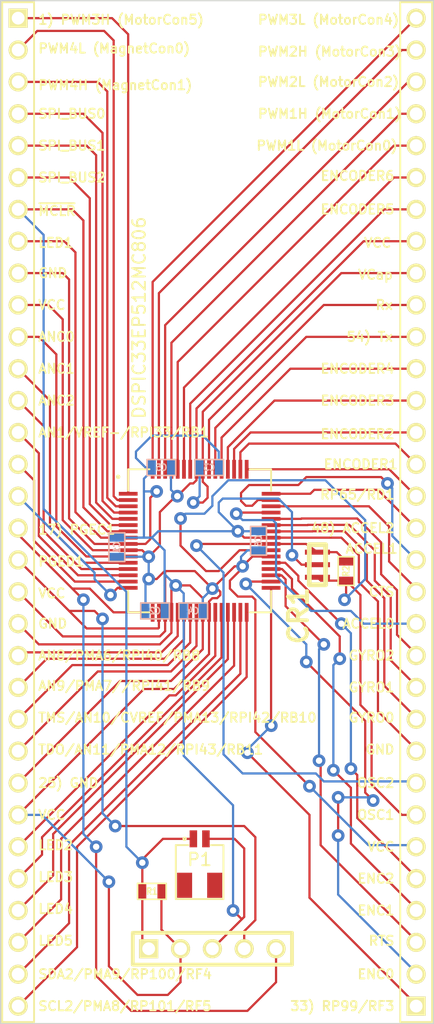
<source format=kicad_pcb>
(kicad_pcb (version 3) (host pcbnew "(2013-05-31 BZR 4019)-stable")

  (general
    (links 97)
    (no_connects 0)
    (area 50.775799 13.185423 85.622201 95.655201)
    (thickness 1.6)
    (drawings 67)
    (tracks 521)
    (zones 0)
    (modules 14)
    (nets 58)
  )

  (page User 134.62 127)
  (layers
    (15 F.Cu signal)
    (0 B.Cu signal)
    (16 B.Adhes user)
    (17 F.Adhes user)
    (18 B.Paste user)
    (19 F.Paste user)
    (20 B.SilkS user hide)
    (21 F.SilkS user)
    (22 B.Mask user)
    (23 F.Mask user)
    (24 Dwgs.User user)
    (25 Cmts.User user)
    (26 Eco1.User user)
    (27 Eco2.User user)
    (28 Edge.Cuts user)
  )

  (setup
    (last_trace_width 0.1778)
    (trace_clearance 0.2032)
    (zone_clearance 0.508)
    (zone_45_only no)
    (trace_min 0.1778)
    (segment_width 0.2)
    (edge_width 0.1)
    (via_size 1.016)
    (via_drill 0.508)
    (via_min_size 0.889)
    (via_min_drill 0.508)
    (uvia_size 0.508)
    (uvia_drill 0.127)
    (uvias_allowed no)
    (uvia_min_size 0.508)
    (uvia_min_drill 0.127)
    (pcb_text_width 0.3)
    (pcb_text_size 1.5 1.5)
    (mod_edge_width 0.15)
    (mod_text_size 1 1)
    (mod_text_width 0.15)
    (pad_size 0.3 1.5)
    (pad_drill 0)
    (pad_to_mask_clearance 0)
    (aux_axis_origin 0 0)
    (visible_elements 7FFFFFFF)
    (pcbplotparams
      (layerselection 284983297)
      (usegerberextensions true)
      (excludeedgelayer true)
      (linewidth 0.150000)
      (plotframeref false)
      (viasonmask false)
      (mode 1)
      (useauxorigin false)
      (hpglpennumber 1)
      (hpglpenspeed 20)
      (hpglpendiameter 15)
      (hpglpenoverlay 2)
      (psnegative false)
      (psa4output false)
      (plotreference true)
      (plotvalue true)
      (plotothertext true)
      (plotinvisibletext false)
      (padsonsilk false)
      (subtractmaskfromsilk false)
      (outputformat 1)
      (mirror false)
      (drillshape 0)
      (scaleselection 1)
      (outputdirectory Gerbers/))
  )

  (net 0 "")
  (net 1 GND)
  (net 2 N-000001)
  (net 3 N-0000010)
  (net 4 N-0000011)
  (net 5 N-0000012)
  (net 6 N-0000013)
  (net 7 N-0000014)
  (net 8 N-0000015)
  (net 9 N-0000016)
  (net 10 N-0000018)
  (net 11 N-0000019)
  (net 12 N-000002)
  (net 13 N-0000020)
  (net 14 N-0000021)
  (net 15 N-0000022)
  (net 16 N-0000023)
  (net 17 N-0000024)
  (net 18 N-0000025)
  (net 19 N-0000026)
  (net 20 N-0000027)
  (net 21 N-0000028)
  (net 22 N-0000029)
  (net 23 N-000003)
  (net 24 N-0000030)
  (net 25 N-0000031)
  (net 26 N-0000032)
  (net 27 N-0000033)
  (net 28 N-0000034)
  (net 29 N-0000035)
  (net 30 N-0000036)
  (net 31 N-0000037)
  (net 32 N-0000038)
  (net 33 N-0000039)
  (net 34 N-000004)
  (net 35 N-0000040)
  (net 36 N-0000041)
  (net 37 N-0000042)
  (net 38 N-0000043)
  (net 39 N-0000044)
  (net 40 N-0000045)
  (net 41 N-0000046)
  (net 42 N-0000047)
  (net 43 N-0000048)
  (net 44 N-0000049)
  (net 45 N-000005)
  (net 46 N-0000050)
  (net 47 N-0000051)
  (net 48 N-0000052)
  (net 49 N-0000053)
  (net 50 N-0000054)
  (net 51 N-0000055)
  (net 52 N-0000056)
  (net 53 N-000006)
  (net 54 N-000007)
  (net 55 N-000008)
  (net 56 N-000009)
  (net 57 VCC)

  (net_class Default "This is the default net class."
    (clearance 0.2032)
    (trace_width 0.1778)
    (via_dia 1.016)
    (via_drill 0.508)
    (uvia_dia 0.508)
    (uvia_drill 0.127)
    (add_net "")
    (add_net GND)
    (add_net N-000001)
    (add_net N-0000010)
    (add_net N-0000011)
    (add_net N-0000012)
    (add_net N-0000013)
    (add_net N-0000014)
    (add_net N-0000015)
    (add_net N-0000016)
    (add_net N-0000018)
    (add_net N-0000019)
    (add_net N-000002)
    (add_net N-0000020)
    (add_net N-0000021)
    (add_net N-0000022)
    (add_net N-0000023)
    (add_net N-0000024)
    (add_net N-0000025)
    (add_net N-0000026)
    (add_net N-0000027)
    (add_net N-0000028)
    (add_net N-0000029)
    (add_net N-000003)
    (add_net N-0000030)
    (add_net N-0000031)
    (add_net N-0000032)
    (add_net N-0000033)
    (add_net N-0000034)
    (add_net N-0000035)
    (add_net N-0000036)
    (add_net N-0000037)
    (add_net N-0000038)
    (add_net N-0000039)
    (add_net N-000004)
    (add_net N-0000040)
    (add_net N-0000041)
    (add_net N-0000042)
    (add_net N-0000043)
    (add_net N-0000044)
    (add_net N-0000045)
    (add_net N-0000046)
    (add_net N-0000047)
    (add_net N-0000048)
    (add_net N-0000049)
    (add_net N-000005)
    (add_net N-0000050)
    (add_net N-0000051)
    (add_net N-0000052)
    (add_net N-0000053)
    (add_net N-0000054)
    (add_net N-0000055)
    (add_net N-0000056)
    (add_net N-000006)
    (add_net N-000007)
    (add_net N-000008)
    (add_net N-000009)
    (add_net VCC)
  )

  (module MY_TQFP_64 (layer F.Cu) (tedit 51DEE7C9) (tstamp 51DC3E95)
    (at 66.802 57.023 270)
    (tags "TQFP64 TQFP SMD IC")
    (path /51DAF2EC)
    (clearance 0.1)
    (fp_text reference U1 (at 13.462 12.319 270) (layer F.SilkS) hide
      (effects (font (size 1.09982 1.09982) (thickness 0.127)))
    )
    (fp_text value DSPIC33EP512MC806 (at -17.78 4.826 270) (layer F.SilkS)
      (effects (font (size 1.00076 1.00076) (thickness 0.1524)))
    )
    (fp_circle (center -5.1 6.5) (end -5 6.5) (layer F.SilkS) (width 0.15))
    (fp_line (start -5.7 4.2) (end -5.7 4) (layer F.SilkS) (width 0.15))
    (fp_line (start -4.2 5.7) (end -4 5.7) (layer F.SilkS) (width 0.15))
    (fp_line (start 4.1 5.7) (end 4 5.7) (layer F.SilkS) (width 0.15))
    (fp_line (start 5.7 4.1) (end 5.7 4) (layer F.SilkS) (width 0.15))
    (fp_line (start 5.7 -4.2) (end 5.7 -4) (layer F.SilkS) (width 0.15))
    (fp_line (start 4.2 -5.7) (end 4 -5.7) (layer F.SilkS) (width 0.15))
    (fp_line (start -4.2 -5.7) (end -4 -5.7) (layer F.SilkS) (width 0.15))
    (fp_line (start -5.7 -4.2) (end -5.7 -4) (layer F.SilkS) (width 0.15))
    (fp_line (start -5.7 4.2) (end -5.7 5.7) (layer F.SilkS) (width 0.15))
    (fp_line (start -5.7 5.7) (end -4.2 5.7) (layer F.SilkS) (width 0.15))
    (fp_line (start -4.2 -5.7) (end -5.7 -5.7) (layer F.SilkS) (width 0.15))
    (fp_line (start -5.7 -5.7) (end -5.7 -4.2) (layer F.SilkS) (width 0.15))
    (fp_line (start 5.7 -4.2) (end 5.7 -5.7) (layer F.SilkS) (width 0.15))
    (fp_line (start 5.7 -5.7) (end 4.2 -5.7) (layer F.SilkS) (width 0.15))
    (fp_line (start 4.1 5.7) (end 5.7 5.7) (layer F.SilkS) (width 0.15))
    (fp_line (start 5.7 5.7) (end 5.7 4.1) (layer F.SilkS) (width 0.15))
    (pad 1 smd rect (at -3.75 5.7 270) (size 0.3 1.5)
      (layers F.Cu F.Mask)
      (net 27 N-0000033)
    )
    (pad 2 smd rect (at -3.25 5.7 270) (size 0.3 1.5)
      (layers F.Cu F.Mask)
      (net 28 N-0000034)
    )
    (pad 3 smd rect (at -2.75 5.7 270) (size 0.3 1.5)
      (layers F.Cu F.Mask)
      (net 29 N-0000035)
    )
    (pad 4 smd rect (at -2.25 5.7 270) (size 0.3 1.5)
      (layers F.Cu F.Mask)
      (net 30 N-0000036)
    )
    (pad 5 smd rect (at -1.75 5.7 270) (size 0.3 1.5)
      (layers F.Cu F.Mask)
      (net 25 N-0000031)
    )
    (pad 6 smd rect (at -1.25 5.7 270) (size 0.3 1.5)
      (layers F.Cu F.Mask)
      (net 31 N-0000037)
    )
    (pad 7 smd rect (at -0.75 5.7 270) (size 0.3 1.5)
      (layers F.Cu F.Mask)
      (net 55 N-000008)
    )
    (pad 8 smd rect (at -0.25 5.7 270) (size 0.3 1.5)
      (layers F.Cu F.Mask)
      (net 56 N-000009)
    )
    (pad 9 smd rect (at 0.25 5.7 270) (size 0.3 1.5)
      (layers F.Cu F.Mask)
      (net 1 GND)
    )
    (pad 10 smd rect (at 0.75 5.7 270) (size 0.3 1.5)
      (layers F.Cu F.Mask)
      (net 57 VCC)
    )
    (pad 11 smd rect (at 1.25 5.7 270) (size 0.3 1.5)
      (layers F.Cu F.Mask)
      (net 32 N-0000038)
    )
    (pad 12 smd rect (at 1.75 5.7 270) (size 0.3 1.5)
      (layers F.Cu F.Mask)
      (net 33 N-0000039)
    )
    (pad 13 smd rect (at 2.25 5.7 270) (size 0.3 1.5)
      (layers F.Cu F.Mask)
      (net 2 N-000001)
    )
    (pad 14 smd rect (at 2.75 5.7 270) (size 0.3 1.5)
      (layers F.Cu F.Mask)
      (net 12 N-000002)
    )
    (pad 15 smd rect (at 3.25 5.7 270) (size 0.3 1.5)
      (layers F.Cu F.Mask)
      (net 23 N-000003)
    )
    (pad 16 smd rect (at 3.75 5.7 270) (size 0.3 1.5)
      (layers F.Cu F.Mask)
      (net 34 N-000004)
    )
    (pad 17 smd rect (at 5.7 3.75) (size 0.3 1.5)
      (layers F.Cu F.Mask)
      (net 49 N-0000053)
    )
    (pad 18 smd rect (at 5.7 3.25) (size 0.3 1.5)
      (layers F.Cu F.Mask)
      (net 48 N-0000052)
    )
    (pad 19 smd rect (at 5.7 2.75) (size 0.3 1.5)
      (layers F.Cu F.Mask)
      (net 57 VCC)
    )
    (pad 20 smd rect (at 5.7 2.25) (size 0.3 1.5)
      (layers F.Cu F.Mask)
      (net 1 GND)
    )
    (pad 21 smd rect (at 5.7 1.75) (size 0.3 1.5)
      (layers F.Cu F.Mask)
      (net 51 N-0000055)
    )
    (pad 22 smd rect (at 5.7 1.25) (size 0.3 1.5)
      (layers F.Cu F.Mask)
      (net 52 N-0000056)
    )
    (pad 23 smd rect (at 5.7 0.75) (size 0.3 1.5)
      (layers F.Cu F.Mask)
      (net 50 N-0000054)
    )
    (pad 24 smd rect (at 5.7 0.25) (size 0.3 1.5)
      (layers F.Cu F.Mask)
      (net 9 N-0000016)
    )
    (pad 25 smd rect (at 5.7 -0.25) (size 0.3 1.5)
      (layers F.Cu F.Mask)
      (net 1 GND)
    )
    (pad 26 smd rect (at 5.7 -0.75) (size 0.3 1.5)
      (layers F.Cu F.Mask)
      (net 57 VCC)
    )
    (pad 27 smd rect (at 5.7 -1.25) (size 0.3 1.5)
      (layers F.Cu F.Mask)
      (net 45 N-000005)
    )
    (pad 28 smd rect (at 5.7 -1.75) (size 0.3 1.5)
      (layers F.Cu F.Mask)
      (net 53 N-000006)
    )
    (pad 29 smd rect (at 5.7 -2.25) (size 0.3 1.5)
      (layers F.Cu F.Mask)
      (net 41 N-0000046)
    )
    (pad 30 smd rect (at 5.7 -2.75) (size 0.3 1.5)
      (layers F.Cu F.Mask)
      (net 3 N-0000010)
    )
    (pad 31 smd rect (at 5.7 -3.25) (size 0.3 1.5)
      (layers F.Cu F.Mask)
      (net 54 N-000007)
    )
    (pad 32 smd rect (at 5.7 -3.75) (size 0.3 1.5)
      (layers F.Cu F.Mask)
      (net 35 N-0000040)
    )
    (pad 33 smd rect (at 3.75 -5.7 270) (size 0.3 1.5)
      (layers F.Cu F.Mask)
      (net 8 N-0000015)
    )
    (pad 34 smd rect (at 3.25 -5.7 270) (size 0.3 1.5)
      (layers F.Cu F.Mask)
      (net 7 N-0000014)
    )
    (pad 35 smd rect (at 2.75 -5.7 270) (size 0.3 1.5)
      (layers F.Cu F.Mask)
      (net 6 N-0000013)
    )
    (pad 36 smd rect (at 2.25 -5.7 270) (size 0.3 1.5)
      (layers F.Cu F.Mask)
      (net 5 N-0000012)
    )
    (pad 37 smd rect (at 1.75 -5.7 270) (size 0.3 1.5)
      (layers F.Cu F.Mask)
      (net 4 N-0000011)
    )
    (pad 38 smd rect (at 1.25 -5.7 270) (size 0.3 1.5)
      (layers F.Cu F.Mask)
      (net 57 VCC)
    )
    (pad 39 smd rect (at 0.75 -5.7 270) (size 0.3 1.5)
      (layers F.Cu F.Mask)
      (net 19 N-0000026)
    )
    (pad 40 smd rect (at 0.25 -5.7 270) (size 0.3 1.5)
      (layers F.Cu F.Mask)
      (net 18 N-0000025)
    )
    (pad 41 smd rect (at -0.25 -5.7 270) (size 0.3 1.5)
      (layers F.Cu F.Mask)
      (net 1 GND)
    )
    (pad 42 smd rect (at -0.75 -5.7 270) (size 0.3 1.5)
      (layers F.Cu F.Mask)
      (net 10 N-0000018)
    )
    (pad 43 smd rect (at -1.25 -5.7 270) (size 0.3 1.5)
      (layers F.Cu F.Mask)
      (net 11 N-0000019)
    )
    (pad 44 smd rect (at -1.75 -5.7 270) (size 0.3 1.5)
      (layers F.Cu F.Mask)
      (net 13 N-0000020)
    )
    (pad 45 smd rect (at -2.25 -5.7 270) (size 0.3 1.5)
      (layers F.Cu F.Mask)
      (net 14 N-0000021)
    )
    (pad 46 smd rect (at -2.75 -5.7 270) (size 0.3 1.5)
      (layers F.Cu F.Mask)
      (net 15 N-0000022)
    )
    (pad 47 smd rect (at -3.25 -5.7 270) (size 0.3 1.5)
      (layers F.Cu F.Mask)
      (net 16 N-0000023)
    )
    (pad 48 smd rect (at -3.75 -5.7 270) (size 0.3 1.5)
      (layers F.Cu F.Mask)
      (net 17 N-0000024)
    )
    (pad 49 smd rect (at -5.7 -3.75) (size 0.3 1.5)
      (layers F.Cu F.Mask)
      (net 36 N-0000041)
    )
    (pad 50 smd rect (at -5.7 -3.25) (size 0.3 1.5)
      (layers F.Cu F.Mask)
      (net 37 N-0000042)
    )
    (pad 51 smd rect (at -5.7 -2.75) (size 0.3 1.5)
      (layers F.Cu F.Mask)
      (net 38 N-0000043)
    )
    (pad 52 smd rect (at -5.7 -2.25) (size 0.3 1.5)
      (layers F.Cu F.Mask)
      (net 39 N-0000044)
    )
    (pad 53 smd rect (at -5.7 -1.75) (size 0.3 1.5)
      (layers F.Cu F.Mask)
      (net 40 N-0000045)
    )
    (pad 54 smd rect (at -5.7 -1.25) (size 0.3 1.5)
      (layers F.Cu F.Mask)
      (net 42 N-0000047)
    )
    (pad 55 smd rect (at -5.7 -0.75) (size 0.3 1.5)
      (layers F.Cu F.Mask)
      (net 47 N-0000051)
    )
    (pad 56 smd rect (at -5.7 -0.25) (size 0.3 1.5)
      (layers F.Cu F.Mask)
      (net 26 N-0000032)
    )
    (pad 57 smd rect (at -5.7 0.25) (size 0.3 1.5)
      (layers F.Cu F.Mask)
      (net 57 VCC)
    )
    (pad 58 smd rect (at -5.7 0.75) (size 0.3 1.5)
      (layers F.Cu F.Mask)
      (net 24 N-0000030)
    )
    (pad 59 smd rect (at -5.7 1.25) (size 0.3 1.5)
      (layers F.Cu F.Mask)
      (net 21 N-0000028)
    )
    (pad 60 smd rect (at -5.7 1.75) (size 0.3 1.5)
      (layers F.Cu F.Mask)
      (net 43 N-0000048)
    )
    (pad 61 smd rect (at -5.7 2.25) (size 0.3 1.5)
      (layers F.Cu F.Mask)
      (net 20 N-0000027)
    )
    (pad 62 smd rect (at -5.7 2.75) (size 0.3 1.5)
      (layers F.Cu F.Mask)
      (net 44 N-0000049)
    )
    (pad 63 smd rect (at -5.7 3.25) (size 0.3 1.5)
      (layers F.Cu F.Mask)
      (net 22 N-0000029)
    )
    (pad 64 smd rect (at -5.7 3.75) (size 0.3 1.5)
      (layers F.Cu F.Mask)
      (net 46 N-0000050)
    )
    (model smd/TQFP_64.wrl
      (at (xyz 0 0 0.001))
      (scale (xyz 0.3937 0.3937 0.3937))
      (rotate (xyz 0 0 0))
    )
  )

  (module SM0603 (layer F.Cu) (tedit 4E43A3D1) (tstamp 51DC3D8D)
    (at 62.992 84.963 180)
    (path /51DB72A6)
    (attr smd)
    (fp_text reference R1 (at 0 0 180) (layer F.SilkS)
      (effects (font (size 0.508 0.4572) (thickness 0.1143)))
    )
    (fp_text value 10K (at 0 0 180) (layer F.SilkS) hide
      (effects (font (size 0.508 0.4572) (thickness 0.1143)))
    )
    (fp_line (start -1.143 -0.635) (end 1.143 -0.635) (layer F.SilkS) (width 0.127))
    (fp_line (start 1.143 -0.635) (end 1.143 0.635) (layer F.SilkS) (width 0.127))
    (fp_line (start 1.143 0.635) (end -1.143 0.635) (layer F.SilkS) (width 0.127))
    (fp_line (start -1.143 0.635) (end -1.143 -0.635) (layer F.SilkS) (width 0.127))
    (pad 1 smd rect (at -0.762 0 180) (size 0.635 1.143)
      (layers F.Cu F.Paste F.Mask)
      (net 57 VCC)
    )
    (pad 2 smd rect (at 0.762 0 180) (size 0.635 1.143)
      (layers F.Cu F.Paste F.Mask)
      (net 55 N-000008)
    )
    (model smd\resistors\R0603.wrl
      (at (xyz 0 0 0.001))
      (scale (xyz 0.5 0.5 0.5))
      (rotate (xyz 0 0 0))
    )
  )

  (module SM0603 (layer B.Cu) (tedit 51DEDA46) (tstamp 51DC4151)
    (at 67.564 51.181 180)
    (path /51DB83D4)
    (attr smd)
    (fp_text reference C3 (at 0 0 180) (layer B.SilkS)
      (effects (font (size 0.508 0.4572) (thickness 0.1143)) (justify mirror))
    )
    (fp_text value "10 uF" (at 0 1.016 180) (layer B.SilkS) hide
      (effects (font (size 0.508 0.4572) (thickness 0.1143)) (justify mirror))
    )
    (fp_line (start -1.143 0.635) (end 1.143 0.635) (layer B.SilkS) (width 0.127))
    (fp_line (start 1.143 0.635) (end 1.143 -0.635) (layer B.SilkS) (width 0.127))
    (fp_line (start 1.143 -0.635) (end -1.143 -0.635) (layer B.SilkS) (width 0.127))
    (fp_line (start -1.143 -0.635) (end -1.143 0.635) (layer B.SilkS) (width 0.127))
    (pad 1 smd rect (at -0.762 0 180) (size 0.635 1.143)
      (layers B.Cu B.Paste B.Mask)
      (net 1 GND)
    )
    (pad 2 smd rect (at 0.762 0 180) (size 0.635 1.143)
      (layers B.Cu B.Paste B.Mask)
      (net 26 N-0000032)
    )
    (model smd\resistors\R0603.wrl
      (at (xyz 0 0 0.001))
      (scale (xyz 0.5 0.5 0.5))
      (rotate (xyz 0 0 0))
    )
  )

  (module SM0603 (layer B.Cu) (tedit 51DED9D8) (tstamp 51DC412F)
    (at 63.246 62.611)
    (path /51DB8613)
    (attr smd)
    (fp_text reference C2 (at 0 0) (layer B.SilkS)
      (effects (font (size 0.508 0.4572) (thickness 0.1143)) (justify mirror))
    )
    (fp_text value "0.1 uF" (at 0 -1.016) (layer B.SilkS) hide
      (effects (font (size 0.508 0.4572) (thickness 0.1143)) (justify mirror))
    )
    (fp_line (start -1.143 0.635) (end 1.143 0.635) (layer B.SilkS) (width 0.127))
    (fp_line (start 1.143 0.635) (end 1.143 -0.635) (layer B.SilkS) (width 0.127))
    (fp_line (start 1.143 -0.635) (end -1.143 -0.635) (layer B.SilkS) (width 0.127))
    (fp_line (start -1.143 -0.635) (end -1.143 0.635) (layer B.SilkS) (width 0.127))
    (pad 1 smd rect (at -0.762 0) (size 0.635 1.143)
      (layers B.Cu B.Paste B.Mask)
      (net 57 VCC)
    )
    (pad 2 smd rect (at 0.762 0) (size 0.635 1.143)
      (layers B.Cu B.Paste B.Mask)
      (net 1 GND)
    )
    (model smd\resistors\R0603.wrl
      (at (xyz 0 0 0.001))
      (scale (xyz 0.5 0.5 0.5))
      (rotate (xyz 0 0 0))
    )
  )

  (module SM0603 (layer B.Cu) (tedit 51DEDA34) (tstamp 51DC4881)
    (at 60.198 57.531 270)
    (path /51DB864E)
    (attr smd)
    (fp_text reference C1 (at 0 0 270) (layer B.SilkS)
      (effects (font (size 0.508 0.4572) (thickness 0.1143)) (justify mirror))
    )
    (fp_text value "0.1 uF" (at 0 1.016 270) (layer B.SilkS) hide
      (effects (font (size 0.508 0.4572) (thickness 0.1143)) (justify mirror))
    )
    (fp_line (start -1.143 0.635) (end 1.143 0.635) (layer B.SilkS) (width 0.127))
    (fp_line (start 1.143 0.635) (end 1.143 -0.635) (layer B.SilkS) (width 0.127))
    (fp_line (start 1.143 -0.635) (end -1.143 -0.635) (layer B.SilkS) (width 0.127))
    (fp_line (start -1.143 -0.635) (end -1.143 0.635) (layer B.SilkS) (width 0.127))
    (pad 1 smd rect (at -0.762 0 270) (size 0.635 1.143)
      (layers B.Cu B.Paste B.Mask)
      (net 1 GND)
    )
    (pad 2 smd rect (at 0.762 0 270) (size 0.635 1.143)
      (layers B.Cu B.Paste B.Mask)
      (net 57 VCC)
    )
    (model smd\resistors\R0603.wrl
      (at (xyz 0 0 0.001))
      (scale (xyz 0.5 0.5 0.5))
      (rotate (xyz 0 0 0))
    )
  )

  (module SM0603 (layer B.Cu) (tedit 51DED9D0) (tstamp 51DC4094)
    (at 66.294 62.611)
    (path /51DB873F)
    (attr smd)
    (fp_text reference C4 (at 0 0) (layer B.SilkS)
      (effects (font (size 0.508 0.4572) (thickness 0.1143)) (justify mirror))
    )
    (fp_text value "0.1 uF" (at 0 -1.016) (layer B.SilkS) hide
      (effects (font (size 0.508 0.4572) (thickness 0.1143)) (justify mirror))
    )
    (fp_line (start -1.143 0.635) (end 1.143 0.635) (layer B.SilkS) (width 0.127))
    (fp_line (start 1.143 0.635) (end 1.143 -0.635) (layer B.SilkS) (width 0.127))
    (fp_line (start 1.143 -0.635) (end -1.143 -0.635) (layer B.SilkS) (width 0.127))
    (fp_line (start -1.143 -0.635) (end -1.143 0.635) (layer B.SilkS) (width 0.127))
    (pad 1 smd rect (at -0.762 0) (size 0.635 1.143)
      (layers B.Cu B.Paste B.Mask)
      (net 1 GND)
    )
    (pad 2 smd rect (at 0.762 0) (size 0.635 1.143)
      (layers B.Cu B.Paste B.Mask)
      (net 57 VCC)
    )
    (model smd\resistors\R0603.wrl
      (at (xyz 0 0 0.001))
      (scale (xyz 0.5 0.5 0.5))
      (rotate (xyz 0 0 0))
    )
  )

  (module SM0603 (layer B.Cu) (tedit 51DEDA3A) (tstamp 51DC3DBF)
    (at 63.754 51.181)
    (path /51DB884F)
    (attr smd)
    (fp_text reference C5 (at 0 0) (layer B.SilkS)
      (effects (font (size 0.508 0.4572) (thickness 0.1143)) (justify mirror))
    )
    (fp_text value 0.1uF (at 0 -1.016) (layer B.SilkS) hide
      (effects (font (size 0.508 0.4572) (thickness 0.1143)) (justify mirror))
    )
    (fp_line (start -1.143 0.635) (end 1.143 0.635) (layer B.SilkS) (width 0.127))
    (fp_line (start 1.143 0.635) (end 1.143 -0.635) (layer B.SilkS) (width 0.127))
    (fp_line (start 1.143 -0.635) (end -1.143 -0.635) (layer B.SilkS) (width 0.127))
    (fp_line (start -1.143 -0.635) (end -1.143 0.635) (layer B.SilkS) (width 0.127))
    (pad 1 smd rect (at -0.762 0) (size 0.635 1.143)
      (layers B.Cu B.Paste B.Mask)
      (net 1 GND)
    )
    (pad 2 smd rect (at 0.762 0) (size 0.635 1.143)
      (layers B.Cu B.Paste B.Mask)
      (net 57 VCC)
    )
    (model smd\resistors\R0603.wrl
      (at (xyz 0 0 0.001))
      (scale (xyz 0.5 0.5 0.5))
      (rotate (xyz 0 0 0))
    )
  )

  (module SM0603 (layer B.Cu) (tedit 51DED9C3) (tstamp 51DC3DC9)
    (at 71.501 57.023 90)
    (path /51DB8792)
    (attr smd)
    (fp_text reference C6 (at 0 0 90) (layer B.SilkS)
      (effects (font (size 0.508 0.4572) (thickness 0.1143)) (justify mirror))
    )
    (fp_text value "0.1 uF" (at -0.254 -1.016 90) (layer B.SilkS) hide
      (effects (font (size 0.508 0.4572) (thickness 0.1143)) (justify mirror))
    )
    (fp_line (start -1.143 0.635) (end 1.143 0.635) (layer B.SilkS) (width 0.127))
    (fp_line (start 1.143 0.635) (end 1.143 -0.635) (layer B.SilkS) (width 0.127))
    (fp_line (start 1.143 -0.635) (end -1.143 -0.635) (layer B.SilkS) (width 0.127))
    (fp_line (start -1.143 -0.635) (end -1.143 0.635) (layer B.SilkS) (width 0.127))
    (pad 1 smd rect (at -0.762 0 90) (size 0.635 1.143)
      (layers B.Cu B.Paste B.Mask)
      (net 57 VCC)
    )
    (pad 2 smd rect (at 0.762 0 90) (size 0.635 1.143)
      (layers B.Cu B.Paste B.Mask)
      (net 1 GND)
    )
    (model smd\resistors\R0603.wrl
      (at (xyz 0 0 0.001))
      (scale (xyz 0.5 0.5 0.5))
      (rotate (xyz 0 0 0))
    )
  )

  (module SM0603 (layer F.Cu) (tedit 51DEDA4F) (tstamp 51DC3DD3)
    (at 78.486 59.436 90)
    (path /51DC32FF)
    (attr smd)
    (fp_text reference R2 (at 0 0 90) (layer F.SilkS)
      (effects (font (size 0.508 0.4572) (thickness 0.1143)))
    )
    (fp_text value 1M (at 1.651 -0.127 90) (layer F.SilkS) hide
      (effects (font (size 0.508 0.4572) (thickness 0.1143)))
    )
    (fp_line (start -1.143 -0.635) (end 1.143 -0.635) (layer F.SilkS) (width 0.127))
    (fp_line (start 1.143 -0.635) (end 1.143 0.635) (layer F.SilkS) (width 0.127))
    (fp_line (start 1.143 0.635) (end -1.143 0.635) (layer F.SilkS) (width 0.127))
    (fp_line (start -1.143 0.635) (end -1.143 -0.635) (layer F.SilkS) (width 0.127))
    (pad 1 smd rect (at -0.762 0 90) (size 0.635 1.143)
      (layers F.Cu F.Paste F.Mask)
      (net 19 N-0000026)
    )
    (pad 2 smd rect (at 0.762 0 90) (size 0.635 1.143)
      (layers F.Cu F.Paste F.Mask)
      (net 18 N-0000025)
    )
    (model smd\resistors\R0603.wrl
      (at (xyz 0 0 0.001))
      (scale (xyz 0.5 0.5 0.5))
      (rotate (xyz 0 0 0))
    )
  )

  (module PIN_ARRAY_5x1 (layer F.Cu) (tedit 51DEE8C7) (tstamp 51DC688F)
    (at 67.818 89.535)
    (descr "Double rangee de contacts 2 x 5 pins")
    (tags CONN)
    (path /51DB7233)
    (fp_text reference P2 (at -0.508 2.159) (layer F.SilkS) hide
      (effects (font (size 1.016 1.016) (thickness 0.2032)))
    )
    (fp_text value PROG_H (at 0 2.54) (layer F.SilkS) hide
      (effects (font (size 1.016 1.016) (thickness 0.2032)))
    )
    (fp_line (start -6.35 -1.27) (end -6.35 1.27) (layer F.SilkS) (width 0.3048))
    (fp_line (start 6.35 1.27) (end 6.35 -1.27) (layer F.SilkS) (width 0.3048))
    (fp_line (start -6.35 -1.27) (end 6.35 -1.27) (layer F.SilkS) (width 0.3048))
    (fp_line (start 6.35 1.27) (end -6.35 1.27) (layer F.SilkS) (width 0.3048))
    (pad 1 thru_hole rect (at -5.08 0) (size 1.524 1.524) (drill 1.016)
      (layers *.Cu *.Mask F.SilkS)
      (net 55 N-000008)
    )
    (pad 2 thru_hole circle (at -2.54 0) (size 1.524 1.524) (drill 1.016)
      (layers *.Cu *.Mask F.SilkS)
      (net 57 VCC)
    )
    (pad 3 thru_hole circle (at 0 0) (size 1.524 1.524) (drill 1.016)
      (layers *.Cu *.Mask F.SilkS)
      (net 1 GND)
    )
    (pad 4 thru_hole circle (at 2.54 0) (size 1.524 1.524) (drill 1.016)
      (layers *.Cu *.Mask F.SilkS)
      (net 48 N-0000052)
    )
    (pad 5 thru_hole circle (at 5.08 0) (size 1.524 1.524) (drill 1.016)
      (layers *.Cu *.Mask F.SilkS)
      (net 49 N-0000053)
    )
    (model pin_array/pins_array_5x1.wrl
      (at (xyz 0 0 0))
      (scale (xyz 1 1 1))
      (rotate (xyz 0 0 0))
    )
  )

  (module JST-1mm-2pin (layer F.Cu) (tedit 51DDC1EE) (tstamp 51DC3EA4)
    (at 66.802 82.677)
    (path /51DB72F1)
    (clearance 0.1)
    (fp_text reference P1 (at 0 -0.254) (layer F.SilkS)
      (effects (font (size 1 1) (thickness 0.15)))
    )
    (fp_text value CONN_2 (at 0 -4) (layer F.SilkS) hide
      (effects (font (size 1 1) (thickness 0.15)))
    )
    (fp_circle (center -1.2 -1.9) (end -1.2 -2) (layer F.SilkS) (width 0.15))
    (fp_line (start 0.9 -1.4) (end 1.9 -1.4) (layer F.SilkS) (width 0.15))
    (fp_line (start 1.9 -1.4) (end 1.9 2.9) (layer F.SilkS) (width 0.15))
    (fp_line (start 1.9 2.9) (end -1.4 2.9) (layer F.SilkS) (width 0.15))
    (fp_line (start -1.4 2.9) (end -1.9 2.9) (layer F.SilkS) (width 0.15))
    (fp_line (start -1.9 2.9) (end -1.9 -1.4) (layer F.SilkS) (width 0.15))
    (fp_line (start -1.9 -1.4) (end -0.9 -1.4) (layer F.SilkS) (width 0.15))
    (pad 1 smd rect (at -0.5 -1.9) (size 0.6 1.35)
      (layers F.Cu F.Paste F.Mask)
      (net 55 N-000008)
    )
    (pad 2 smd rect (at 0.5 -1.9) (size 0.6 1.35)
      (layers F.Cu F.Paste F.Mask)
      (net 1 GND)
    )
    (pad "" smd rect (at 1.2 1.8) (size 1.2 2)
      (layers F.Cu F.Paste F.Mask)
    )
    (pad "" smd rect (at -1.2 1.8) (size 1.2 2)
      (layers F.Cu F.Paste F.Mask)
    )
  )

  (module 8MHZ_CER_RES (layer F.Cu) (tedit 51DDC222) (tstamp 51DC3EB0)
    (at 76.2 58.928 90)
    (path /51DC33F4)
    (fp_text reference CR1 (at -4.064 -1.524 90) (layer F.SilkS)
      (effects (font (size 1.524 1.524) (thickness 0.3048)))
    )
    (fp_text value CERAMIC_RES (at 0 -2.60096 90) (layer F.SilkS) hide
      (effects (font (size 1.524 1.524) (thickness 0.3048)))
    )
    (fp_line (start 0 0.65024) (end -1.6002 0.65024) (layer F.SilkS) (width 0.381))
    (fp_line (start -1.6002 0.65024) (end -1.6002 -0.65024) (layer F.SilkS) (width 0.381))
    (fp_line (start -1.6002 -0.65024) (end 1.6002 -0.65024) (layer F.SilkS) (width 0.381))
    (fp_line (start 1.6002 -0.65024) (end 1.6002 0.65024) (layer F.SilkS) (width 0.381))
    (fp_line (start 1.6002 0.65024) (end 0 0.65024) (layer F.SilkS) (width 0.381))
    (pad 1 smd rect (at -1.00076 0 90) (size 0.39878 1.99898)
      (layers F.Cu F.Mask)
      (net 19 N-0000026)
    )
    (pad 2 smd rect (at 0 0 90) (size 0.39878 1.99898)
      (layers F.Cu F.Mask)
      (net 1 GND)
    )
    (pad 3 smd rect (at 1.00076 0 90) (size 0.39878 1.99898)
      (layers F.Cu F.Mask)
      (net 18 N-0000025)
    )
  )

  (module PIN_ARRAY_32x1 (layer F.Cu) (tedit 51DED745) (tstamp 51DDCAF7)
    (at 53.594 39.497 270)
    (descr "Double rangee de contacts 2 x 12 pins")
    (tags CONN)
    (path /51DD8EA7)
    (fp_text reference J1 (at 0 -1.27 270) (layer F.SilkS) hide
      (effects (font (size 1.016 1.016) (thickness 0.254)))
    )
    (fp_text value BREADBOARD_HEADER_32X1 (at -13.589 -1.016 270) (layer F.SilkS) hide
      (effects (font (size 1.016 1.016) (thickness 0.2032)))
    )
    (fp_line (start -25.4 0) (end 55.88 0) (layer F.SilkS) (width 0.15))
    (fp_line (start 55.88 0) (end 55.88 2.54) (layer F.SilkS) (width 0.15))
    (fp_line (start 55.88 2.54) (end -25.4 2.54) (layer F.SilkS) (width 0.15))
    (fp_line (start -25.4 0) (end -25.4 2.54) (layer F.SilkS) (width 0.15))
    (pad 17 thru_hole circle (at 16.51 1.27 270) (size 1.524 1.524) (drill 1.016)
      (layers *.Cu *.Mask F.SilkS)
      (net 49 N-0000053)
    )
    (pad 25 thru_hole circle (at 36.83 1.27 270) (size 1.524 1.524) (drill 1.016)
      (layers *.Cu *.Mask F.SilkS)
      (net 1 GND)
    )
    (pad 23 thru_hole circle (at 31.75 1.27 270) (size 1.524 1.524) (drill 1.016)
      (layers *.Cu *.Mask F.SilkS)
      (net 50 N-0000054)
    )
    (pad 21 thru_hole circle (at 26.67 1.27 270) (size 1.524 1.524) (drill 1.016)
      (layers *.Cu *.Mask F.SilkS)
      (net 51 N-0000055)
    )
    (pad 19 thru_hole circle (at 21.59 1.27 270) (size 1.524 1.524) (drill 1.016)
      (layers *.Cu *.Mask F.SilkS)
      (net 57 VCC)
    )
    (pad 32 thru_hole circle (at 54.61 1.27 270) (size 1.524 1.524) (drill 1.016)
      (layers *.Cu *.Mask F.SilkS)
      (net 35 N-0000040)
    )
    (pad 30 thru_hole circle (at 49.53 1.27 270) (size 1.524 1.524) (drill 1.016)
      (layers *.Cu *.Mask F.SilkS)
      (net 3 N-0000010)
    )
    (pad 28 thru_hole circle (at 44.45 1.27 270) (size 1.524 1.524) (drill 1.016)
      (layers *.Cu *.Mask F.SilkS)
      (net 53 N-000006)
    )
    (pad 26 thru_hole circle (at 39.37 1.27 270) (size 1.524 1.524) (drill 1.016)
      (layers *.Cu *.Mask F.SilkS)
      (net 57 VCC)
    )
    (pad 24 thru_hole circle (at 34.29 1.27 270) (size 1.524 1.524) (drill 1.016)
      (layers *.Cu *.Mask F.SilkS)
      (net 9 N-0000016)
    )
    (pad 31 thru_hole circle (at 52.07 1.27 270) (size 1.524 1.524) (drill 1.016)
      (layers *.Cu *.Mask F.SilkS)
      (net 54 N-000007)
    )
    (pad 22 thru_hole circle (at 29.21 1.27 270) (size 1.524 1.524) (drill 1.016)
      (layers *.Cu *.Mask F.SilkS)
      (net 52 N-0000056)
    )
    (pad 29 thru_hole circle (at 46.99 1.27 270) (size 1.524 1.524) (drill 1.016)
      (layers *.Cu *.Mask F.SilkS)
      (net 41 N-0000046)
    )
    (pad 20 thru_hole circle (at 24.13 1.27 270) (size 1.524 1.524) (drill 1.016)
      (layers *.Cu *.Mask F.SilkS)
      (net 1 GND)
    )
    (pad 27 thru_hole circle (at 41.91 1.27 270) (size 1.524 1.524) (drill 1.016)
      (layers *.Cu *.Mask F.SilkS)
      (net 45 N-000005)
    )
    (pad 18 thru_hole circle (at 19.05 1.27 270) (size 1.524 1.524) (drill 1.016)
      (layers *.Cu *.Mask F.SilkS)
      (net 48 N-0000052)
    )
    (pad 1 thru_hole rect (at -24.13 1.27 270) (size 1.524 1.524) (drill 1.016)
      (layers *.Cu *.Mask F.SilkS)
      (net 27 N-0000033)
    )
    (pad 2 thru_hole circle (at -21.59 1.27 270) (size 1.524 1.524) (drill 1.016)
      (layers *.Cu *.Mask F.SilkS)
      (net 28 N-0000034)
    )
    (pad 11 thru_hole circle (at 1.27 1.27 270) (size 1.524 1.524) (drill 1.016)
      (layers *.Cu *.Mask F.SilkS)
      (net 32 N-0000038)
    )
    (pad 4 thru_hole circle (at -16.51 1.27 270) (size 1.524 1.524) (drill 1.016)
      (layers *.Cu *.Mask F.SilkS)
      (net 30 N-0000036)
    )
    (pad 13 thru_hole circle (at 6.35 1.27 270) (size 1.524 1.524) (drill 1.016)
      (layers *.Cu *.Mask F.SilkS)
      (net 2 N-000001)
    )
    (pad 6 thru_hole circle (at -11.43 1.27 270) (size 1.524 1.524) (drill 1.016)
      (layers *.Cu *.Mask F.SilkS)
      (net 31 N-0000037)
    )
    (pad 15 thru_hole circle (at 11.43 1.27 270) (size 1.524 1.524) (drill 1.016)
      (layers *.Cu *.Mask F.SilkS)
      (net 23 N-000003)
    )
    (pad 8 thru_hole circle (at -6.35 1.27 270) (size 1.524 1.524) (drill 1.016)
      (layers *.Cu *.Mask F.SilkS)
      (net 56 N-000009)
    )
    (pad 10 thru_hole circle (at -1.27 1.27 270) (size 1.524 1.524) (drill 1.016)
      (layers *.Cu *.Mask F.SilkS)
      (net 57 VCC)
    )
    (pad 12 thru_hole circle (at 3.81 1.27 270) (size 1.524 1.524) (drill 1.016)
      (layers *.Cu *.Mask F.SilkS)
      (net 33 N-0000039)
    )
    (pad 14 thru_hole circle (at 8.89 1.27 270) (size 1.524 1.524) (drill 1.016)
      (layers *.Cu *.Mask F.SilkS)
      (net 12 N-000002)
    )
    (pad 16 thru_hole circle (at 13.97 1.27 270) (size 1.524 1.524) (drill 1.016)
      (layers *.Cu *.Mask F.SilkS)
      (net 34 N-000004)
    )
    (pad 3 thru_hole circle (at -19.05 1.27 270) (size 1.524 1.524) (drill 1.016)
      (layers *.Cu *.Mask F.SilkS)
      (net 29 N-0000035)
    )
    (pad 5 thru_hole circle (at -13.97 1.27 270) (size 1.524 1.524) (drill 1.016)
      (layers *.Cu *.Mask F.SilkS)
      (net 25 N-0000031)
    )
    (pad 7 thru_hole circle (at -8.89 1.27 270) (size 1.524 1.524) (drill 1.016)
      (layers *.Cu *.Mask F.SilkS)
      (net 55 N-000008)
    )
    (pad 9 thru_hole circle (at -3.81 1.27 270) (size 1.524 1.524) (drill 1.016)
      (layers *.Cu *.Mask F.SilkS)
      (net 1 GND)
    )
    (model pin_array/pins_array_20x2.wrl
      (at (xyz 0 0 0))
      (scale (xyz 1 1 1))
      (rotate (xyz 0 0 0))
    )
  )

  (module PIN_ARRAY_32X1 (layer F.Cu) (tedit 51DED74A) (tstamp 51DE3C35)
    (at 82.804 69.977 90)
    (descr "Double rangee de contacts 2 x 12 pins")
    (tags CONN)
    (path /51DDA107)
    (fp_text reference J2 (at 29.972 -0.889 90) (layer F.SilkS) hide
      (effects (font (size 1.016 1.016) (thickness 0.254)))
    )
    (fp_text value BREADBOARD_HEADER_32X1 (at 43.942 -0.889 90) (layer F.SilkS) hide
      (effects (font (size 1.016 1.016) (thickness 0.2032)))
    )
    (fp_line (start -25.4 0) (end -25.4 2.54) (layer F.SilkS) (width 0.15))
    (fp_line (start -25.4 2.54) (end 55.88 2.54) (layer F.SilkS) (width 0.15))
    (fp_line (start 55.88 2.54) (end 55.88 0) (layer F.SilkS) (width 0.15))
    (fp_line (start 55.88 0) (end -25.4 0) (layer F.SilkS) (width 0.15))
    (pad 1 thru_hole rect (at -24.13 1.27 90) (size 1.524 1.524) (drill 1.016)
      (layers *.Cu *.Mask F.SilkS)
      (net 8 N-0000015)
    )
    (pad 2 thru_hole circle (at -21.59 1.27 90) (size 1.524 1.524) (drill 1.016)
      (layers *.Cu *.Mask F.SilkS)
      (net 7 N-0000014)
    )
    (pad 11 thru_hole circle (at 1.27 1.27 90) (size 1.524 1.524) (drill 1.016)
      (layers *.Cu *.Mask F.SilkS)
      (net 11 N-0000019)
    )
    (pad 4 thru_hole circle (at -16.51 1.27 90) (size 1.524 1.524) (drill 1.016)
      (layers *.Cu *.Mask F.SilkS)
      (net 5 N-0000012)
    )
    (pad 13 thru_hole circle (at 6.35 1.27 90) (size 1.524 1.524) (drill 1.016)
      (layers *.Cu *.Mask F.SilkS)
      (net 14 N-0000021)
    )
    (pad 6 thru_hole circle (at -11.43 1.27 90) (size 1.524 1.524) (drill 1.016)
      (layers *.Cu *.Mask F.SilkS)
      (net 57 VCC)
    )
    (pad 15 thru_hole circle (at 11.43 1.27 90) (size 1.524 1.524) (drill 1.016)
      (layers *.Cu *.Mask F.SilkS)
      (net 16 N-0000023)
    )
    (pad 8 thru_hole circle (at -6.35 1.27 90) (size 1.524 1.524) (drill 1.016)
      (layers *.Cu *.Mask F.SilkS)
      (net 18 N-0000025)
    )
    (pad 17 thru_hole circle (at 16.51 1.27 90) (size 1.524 1.524) (drill 1.016)
      (layers *.Cu *.Mask F.SilkS)
      (net 36 N-0000041)
    )
    (pad 10 thru_hole circle (at -1.27 1.27 90) (size 1.524 1.524) (drill 1.016)
      (layers *.Cu *.Mask F.SilkS)
      (net 10 N-0000018)
    )
    (pad 19 thru_hole circle (at 21.59 1.27 90) (size 1.524 1.524) (drill 1.016)
      (layers *.Cu *.Mask F.SilkS)
      (net 38 N-0000043)
    )
    (pad 12 thru_hole circle (at 3.81 1.27 90) (size 1.524 1.524) (drill 1.016)
      (layers *.Cu *.Mask F.SilkS)
      (net 13 N-0000020)
    )
    (pad 21 thru_hole circle (at 26.67 1.27 90) (size 1.524 1.524) (drill 1.016)
      (layers *.Cu *.Mask F.SilkS)
      (net 40 N-0000045)
    )
    (pad 14 thru_hole circle (at 8.89 1.27 90) (size 1.524 1.524) (drill 1.016)
      (layers *.Cu *.Mask F.SilkS)
      (net 15 N-0000022)
    )
    (pad 23 thru_hole circle (at 31.75 1.27 90) (size 1.524 1.524) (drill 1.016)
      (layers *.Cu *.Mask F.SilkS)
      (net 47 N-0000051)
    )
    (pad 16 thru_hole circle (at 13.97 1.27 90) (size 1.524 1.524) (drill 1.016)
      (layers *.Cu *.Mask F.SilkS)
      (net 17 N-0000024)
    )
    (pad 25 thru_hole circle (at 36.83 1.27 90) (size 1.524 1.524) (drill 1.016)
      (layers *.Cu *.Mask F.SilkS)
      (net 57 VCC)
    )
    (pad 18 thru_hole circle (at 19.05 1.27 90) (size 1.524 1.524) (drill 1.016)
      (layers *.Cu *.Mask F.SilkS)
      (net 37 N-0000042)
    )
    (pad 27 thru_hole circle (at 41.91 1.27 90) (size 1.524 1.524) (drill 1.016)
      (layers *.Cu *.Mask F.SilkS)
      (net 21 N-0000028)
    )
    (pad 20 thru_hole circle (at 24.13 1.27 90) (size 1.524 1.524) (drill 1.016)
      (layers *.Cu *.Mask F.SilkS)
      (net 39 N-0000044)
    )
    (pad 29 thru_hole circle (at 46.99 1.27 90) (size 1.524 1.524) (drill 1.016)
      (layers *.Cu *.Mask F.SilkS)
      (net 20 N-0000027)
    )
    (pad 22 thru_hole circle (at 29.21 1.27 90) (size 1.524 1.524) (drill 1.016)
      (layers *.Cu *.Mask F.SilkS)
      (net 42 N-0000047)
    )
    (pad 31 thru_hole circle (at 52.07 1.27 90) (size 1.524 1.524) (drill 1.016)
      (layers *.Cu *.Mask F.SilkS)
      (net 22 N-0000029)
    )
    (pad 24 thru_hole circle (at 34.29 1.27 90) (size 1.524 1.524) (drill 1.016)
      (layers *.Cu *.Mask F.SilkS)
      (net 26 N-0000032)
    )
    (pad 26 thru_hole circle (at 39.37 1.27 90) (size 1.524 1.524) (drill 1.016)
      (layers *.Cu *.Mask F.SilkS)
      (net 24 N-0000030)
    )
    (pad 28 thru_hole circle (at 44.45 1.27 90) (size 1.524 1.524) (drill 1.016)
      (layers *.Cu *.Mask F.SilkS)
      (net 43 N-0000048)
    )
    (pad 32 thru_hole circle (at 54.61 1.27 90) (size 1.524 1.524) (drill 1.016)
      (layers *.Cu *.Mask F.SilkS)
      (net 46 N-0000050)
    )
    (pad 3 thru_hole circle (at -19.05 1.27 90) (size 1.524 1.524) (drill 1.016)
      (layers *.Cu *.Mask F.SilkS)
      (net 6 N-0000013)
    )
    (pad 5 thru_hole circle (at -13.97 1.27 90) (size 1.524 1.524) (drill 1.016)
      (layers *.Cu *.Mask F.SilkS)
      (net 4 N-0000011)
    )
    (pad 7 thru_hole circle (at -8.89 1.27 90) (size 1.524 1.524) (drill 1.016)
      (layers *.Cu *.Mask F.SilkS)
      (net 19 N-0000026)
    )
    (pad 9 thru_hole circle (at -3.81 1.27 90) (size 1.524 1.524) (drill 1.016)
      (layers *.Cu *.Mask F.SilkS)
      (net 1 GND)
    )
    (pad 30 thru_hole circle (at 49.53 1.27 90) (size 1.524 1.524) (drill 1.016)
      (layers *.Cu *.Mask F.SilkS)
      (net 44 N-0000049)
    )
    (model pin_array/pins_array_20x2.wrl
      (at (xyz 0 0 0))
      (scale (xyz 1 1 1))
      (rotate (xyz 0 0 0))
    )
  )

  (gr_text TDO/AN11/PMA12/RPI43/RB11 (at 53.848 73.66) (layer F.SilkS)
    (effects (font (size 0.746 0.746) (thickness 0.15)) (justify left))
  )
  (gr_text TMS/AN10/CVREF/PMA13/RPI42/RB10 (at 53.848 71.12) (layer F.SilkS)
    (effects (font (size 0.746 0.746) (thickness 0.15)) (justify left))
  )
  (gr_text AN9/PMA7//RPI41/RB9 (at 53.848 68.58) (layer F.SilkS)
    (effects (font (size 0.746 0.746) (thickness 0.15)) (justify left))
  )
  (gr_text AN8/PMA6/RPI40/RB8 (at 53.848 66.167) (layer F.SilkS)
    (effects (font (size 0.746 0.746) (thickness 0.15)) (justify left))
  )
  (gr_text SCL2/PMA8/RP101/RF5 (at 53.848 94.107) (layer F.SilkS)
    (effects (font (size 0.746 0.746) (thickness 0.15)) (justify left))
  )
  (gr_text SDA2/PMA9/RP100/RF4 (at 53.848 91.567) (layer F.SilkS)
    (effects (font (size 0.746 0.746) (thickness 0.15)) (justify left))
  )
  (gr_text LED5 (at 53.848 88.9) (layer F.SilkS)
    (effects (font (size 0.746 0.746) (thickness 0.15)) (justify left))
  )
  (gr_text LED4 (at 53.848 86.36) (layer F.SilkS)
    (effects (font (size 0.746 0.746) (thickness 0.15)) (justify left))
  )
  (gr_text LED3 (at 53.848 83.82) (layer F.SilkS)
    (effects (font (size 0.746 0.746) (thickness 0.15)) (justify left))
  )
  (gr_text LED2 (at 53.848 81.28) (layer F.SilkS)
    (effects (font (size 0.746 0.746) (thickness 0.15)) (justify left))
  )
  (gr_text VCC (at 53.848 78.867) (layer F.SilkS)
    (effects (font (size 0.746 0.746) (thickness 0.15)) (justify left))
  )
  (gr_text "25) GND" (at 53.848 76.327) (layer F.SilkS)
    (effects (font (size 0.746 0.746) (thickness 0.15)) (justify left))
  )
  (gr_text GND (at 53.848 63.627) (layer F.SilkS)
    (effects (font (size 0.746 0.746) (thickness 0.15)) (justify left))
  )
  (gr_text VCC (at 53.848 61.214) (layer F.SilkS)
    (effects (font (size 0.746 0.746) (thickness 0.15)) (justify left))
  )
  (gr_text PGED1 (at 53.848 58.674) (layer F.SilkS)
    (effects (font (size 0.746 0.746) (thickness 0.15)) (justify left))
  )
  (gr_text "17) PGEC1" (at 53.848 56.134) (layer F.SilkS)
    (effects (font (size 0.746 0.746) (thickness 0.15)) (justify left))
  )
  (gr_text AN1/VREF-/RPI33/RB1 (at 53.848 48.387) (layer F.SilkS)
    (effects (font (size 0.746 0.746) (thickness 0.15)) (justify left))
  )
  (gr_text ANC2 (at 53.848 45.847) (layer F.SilkS)
    (effects (font (size 0.746 0.746) (thickness 0.15)) (justify left))
  )
  (gr_text ANC1 (at 53.848 43.307) (layer F.SilkS)
    (effects (font (size 0.746 0.746) (thickness 0.15)) (justify left))
  )
  (gr_text ANC0 (at 53.848 40.767) (layer F.SilkS)
    (effects (font (size 0.746 0.746) (thickness 0.15)) (justify left))
  )
  (gr_text VCC (at 53.848 38.227) (layer F.SilkS)
    (effects (font (size 0.746 0.746) (thickness 0.15)) (justify left))
  )
  (gr_text GND (at 53.848 35.687) (layer F.SilkS)
    (effects (font (size 0.746 0.746) (thickness 0.15)) (justify left))
  )
  (gr_text LED1 (at 53.848 33.274) (layer F.SilkS)
    (effects (font (size 0.746 0.746) (thickness 0.15)) (justify left))
  )
  (gr_text ~MCLR (at 53.848 30.734) (layer F.SilkS)
    (effects (font (size 0.746 0.746) (thickness 0.15)) (justify left))
  )
  (gr_text SPI_BUS2 (at 53.848 28.067) (layer F.SilkS)
    (effects (font (size 0.746 0.746) (thickness 0.15)) (justify left))
  )
  (gr_text SPI_BUS1 (at 53.848 25.527) (layer F.SilkS)
    (effects (font (size 0.746 0.746) (thickness 0.15)) (justify left))
  )
  (gr_text SPI_BUS0 (at 53.848 22.987) (layer F.SilkS)
    (effects (font (size 0.746 0.746) (thickness 0.15)) (justify left))
  )
  (gr_text "33) RP99/RF3" (at 82.423 94.107) (layer F.SilkS)
    (effects (font (size 0.746 0.746) (thickness 0.15)) (justify right))
  )
  (gr_text ENC0 (at 82.423 91.567) (layer F.SilkS)
    (effects (font (size 0.746 0.746) (thickness 0.15)) (justify right))
  )
  (gr_text RTS (at 82.423 88.9) (layer F.SilkS)
    (effects (font (size 0.746 0.746) (thickness 0.15)) (justify right))
  )
  (gr_text ENC1 (at 82.423 86.487) (layer F.SilkS)
    (effects (font (size 0.746 0.746) (thickness 0.15)) (justify right))
  )
  (gr_text ENC2 (at 82.423 83.947) (layer F.SilkS)
    (effects (font (size 0.746 0.746) (thickness 0.15)) (justify right))
  )
  (gr_text VCC (at 82.423 81.407) (layer F.SilkS)
    (effects (font (size 0.746 0.746) (thickness 0.15)) (justify right))
  )
  (gr_text OSC1 (at 82.423 78.867) (layer F.SilkS)
    (effects (font (size 0.746 0.746) (thickness 0.15)) (justify right))
  )
  (gr_text OSC2 (at 82.423 76.327) (layer F.SilkS)
    (effects (font (size 0.746 0.746) (thickness 0.15)) (justify right))
  )
  (gr_text GND (at 82.423 73.66) (layer F.SilkS)
    (effects (font (size 0.746 0.746) (thickness 0.15)) (justify right))
  )
  (gr_text GYRO0 (at 82.423 71.12) (layer F.SilkS)
    (effects (font (size 0.746 0.746) (thickness 0.15)) (justify right))
  )
  (gr_text GYRO1 (at 82.423 68.707) (layer F.SilkS)
    (effects (font (size 0.746 0.746) (thickness 0.15)) (justify right))
  )
  (gr_text GYRO2 (at 82.423 66.167) (layer F.SilkS)
    (effects (font (size 0.746 0.746) (thickness 0.15)) (justify right))
  )
  (gr_text ACCEL0 (at 82.423 63.627) (layer F.SilkS)
    (effects (font (size 0.746 0.746) (thickness 0.15)) (justify right))
  )
  (gr_text CTS (at 82.423 61.087) (layer F.SilkS)
    (effects (font (size 0.746 0.746) (thickness 0.15)) (justify right))
  )
  (gr_text ACCEL1 (at 82.677 57.658) (layer F.SilkS)
    (effects (font (size 0.746 0.746) (thickness 0.15)) (justify right))
  )
  (gr_text "48) ACCEL2" (at 82.423 56.007) (layer F.SilkS)
    (effects (font (size 0.746 0.746) (thickness 0.15)) (justify right))
  )
  (gr_text RP65/RD1 (at 82.423 53.34) (layer F.SilkS)
    (effects (font (size 0.746 0.746) (thickness 0.15)) (justify right))
  )
  (gr_text ENCODER1 (at 82.677 50.927) (layer F.SilkS)
    (effects (font (size 0.746 0.746) (thickness 0.15)) (justify right))
  )
  (gr_text ENCODER2 (at 82.423 48.514) (layer F.SilkS)
    (effects (font (size 0.746 0.746) (thickness 0.15)) (justify right))
  )
  (gr_text ENCODER3 (at 82.423 45.847) (layer F.SilkS)
    (effects (font (size 0.746 0.746) (thickness 0.15)) (justify right))
  )
  (gr_text ENCODER4 (at 82.423 43.307) (layer F.SilkS)
    (effects (font (size 0.746 0.746) (thickness 0.15)) (justify right))
  )
  (gr_text "54) Tx" (at 82.296 40.767) (layer F.SilkS)
    (effects (font (size 0.746 0.746) (thickness 0.15)) (justify right))
  )
  (gr_text Rx (at 82.296 38.227) (layer F.SilkS)
    (effects (font (size 0.746 0.746) (thickness 0.15)) (justify right))
  )
  (gr_text VCap (at 82.296 35.814) (layer F.SilkS)
    (effects (font (size 0.746 0.746) (thickness 0.15)) (justify right))
  )
  (gr_text VCC (at 82.169 33.274) (layer F.SilkS)
    (effects (font (size 0.746 0.746) (thickness 0.15)) (justify right))
  )
  (gr_text ENCODER5 (at 82.423 30.607) (layer F.SilkS)
    (effects (font (size 0.746 0.746) (thickness 0.15)) (justify right))
  )
  (gr_text ENCODER6 (at 82.423 27.94) (layer F.SilkS)
    (effects (font (size 0.746 0.746) (thickness 0.15)) (justify right))
  )
  (gr_text "PWM1L (MotorCon0)" (at 71.247 25.527) (layer F.SilkS)
    (effects (font (size 0.746 0.746) (thickness 0.15)) (justify left))
  )
  (gr_text "PWM1H (MotorCon1)" (at 71.374 22.987) (layer F.SilkS)
    (effects (font (size 0.746 0.746) (thickness 0.15)) (justify left))
  )
  (gr_text "PWM2L (MotorCon2)" (at 71.374 20.447) (layer F.SilkS)
    (effects (font (size 0.746 0.746) (thickness 0.15)) (justify left))
  )
  (gr_text "PWM2H (MotorCon3)" (at 71.374 18.034) (layer F.SilkS)
    (effects (font (size 0.746 0.746) (thickness 0.15)) (justify left))
  )
  (gr_text "PWM3L (MotorCon4)" (at 71.374 15.494) (layer F.SilkS)
    (effects (font (size 0.746 0.746) (thickness 0.15)) (justify left))
  )
  (gr_text "PWM4H (MagnetCon1)" (at 53.848 20.701) (layer F.SilkS)
    (effects (font (size 0.746 0.746) (thickness 0.15)) (justify left))
  )
  (gr_text "PWM4L (MagnetCon0)" (at 53.848 17.78) (layer F.SilkS)
    (effects (font (size 0.746 0.746) (thickness 0.15)) (justify left))
  )
  (gr_text "1) PWM3H (MotorCon5)" (at 53.848 15.494) (layer F.SilkS)
    (effects (font (size 0.746 0.746) (thickness 0.15)) (justify left))
  )
  (gr_line (start 84.963 13.97) (end 85.471 13.97) (angle 90) (layer Edge.Cuts) (width 0.1))
  (gr_line (start 50.927 95.504) (end 50.927 13.97) (angle 90) (layer Edge.Cuts) (width 0.1))
  (gr_line (start 85.471 95.504) (end 50.927 95.504) (angle 90) (layer Edge.Cuts) (width 0.1))
  (gr_line (start 85.471 13.97) (end 85.471 95.504) (angle 90) (layer Edge.Cuts) (width 0.1))
  (gr_line (start 50.927 13.97) (end 84.963 13.97) (angle 90) (layer Edge.Cuts) (width 0.1))

  (segment (start 61.102 57.273) (end 58.416 57.273) (width 0.1778) (layer F.Cu) (net 1))
  (segment (start 55.88 35.687) (end 52.324 35.687) (width 0.1778) (layer F.Cu) (net 1) (tstamp 51DED184))
  (segment (start 56.388 36.195) (end 55.88 35.687) (width 0.1778) (layer F.Cu) (net 1) (tstamp 51DED182))
  (segment (start 56.388 55.245) (end 56.388 36.195) (width 0.1778) (layer F.Cu) (net 1) (tstamp 51DED180))
  (segment (start 58.416 57.273) (end 56.388 55.245) (width 0.1778) (layer F.Cu) (net 1) (tstamp 51DED17E))
  (segment (start 62.357 53.086) (end 62.357 56.769) (width 0.1778) (layer B.Cu) (net 1))
  (segment (start 62.357 53.086) (end 63.373 53.086) (width 0.1778) (layer B.Cu) (net 1))
  (segment (start 62.488 57.273) (end 61.102 57.273) (width 0.1778) (layer F.Cu) (net 1) (tstamp 51DE484A))
  (segment (start 62.865 56.896) (end 62.488 57.273) (width 0.1778) (layer F.Cu) (net 1) (tstamp 51DE4849))
  (segment (start 62.865 53.594) (end 62.865 56.896) (width 0.1778) (layer F.Cu) (net 1) (tstamp 51DE4848))
  (segment (start 63.373 53.086) (end 62.865 53.594) (width 0.1778) (layer F.Cu) (net 1) (tstamp 51DE4847))
  (via (at 63.373 53.086) (size 1.016) (layers F.Cu B.Cu) (net 1))
  (segment (start 62.992 51.181) (end 62.992 51.435) (width 0.1778) (layer B.Cu) (net 1))
  (segment (start 62.357 52.07) (end 62.357 53.086) (width 0.1778) (layer B.Cu) (net 1) (tstamp 51DE4840))
  (segment (start 62.992 51.435) (end 62.357 52.07) (width 0.1778) (layer B.Cu) (net 1) (tstamp 51DE483F))
  (segment (start 69.85 56.261) (end 63.627 56.261) (width 0.1778) (layer B.Cu) (net 1))
  (segment (start 63.627 56.261) (end 63.5 56.261) (width 0.1778) (layer B.Cu) (net 1) (tstamp 51DE4836))
  (segment (start 63.5 56.261) (end 62.992 56.769) (width 0.1778) (layer B.Cu) (net 1) (tstamp 51DE4830))
  (segment (start 65.532 62.611) (end 65.532 74.168) (width 0.1778) (layer B.Cu) (net 1))
  (segment (start 70.1675 87.1855) (end 70.358 86.995) (width 0.1778) (layer F.Cu) (net 1) (tstamp 51DE4809))
  (segment (start 69.469 86.487) (end 70.1675 87.1855) (width 0.1778) (layer F.Cu) (net 1) (tstamp 51DE4808))
  (via (at 69.469 86.487) (size 1.016) (layers F.Cu B.Cu) (net 1))
  (segment (start 69.469 78.105) (end 69.469 86.487) (width 0.1778) (layer B.Cu) (net 1) (tstamp 51DE4805))
  (segment (start 65.532 74.168) (end 69.469 78.105) (width 0.1778) (layer B.Cu) (net 1) (tstamp 51DE4803))
  (segment (start 67.052 62.723) (end 67.052 61.591) (width 0.1778) (layer F.Cu) (net 1))
  (segment (start 66.04 60.579) (end 64.897 60.579) (width 0.1778) (layer F.Cu) (net 1) (tstamp 51DE47F7))
  (segment (start 67.052 61.591) (end 66.04 60.579) (width 0.1778) (layer F.Cu) (net 1) (tstamp 51DE47F5))
  (segment (start 65.532 62.611) (end 65.532 61.214) (width 0.1778) (layer B.Cu) (net 1))
  (segment (start 65.532 61.214) (end 64.897 60.579) (width 0.1778) (layer B.Cu) (net 1) (tstamp 51DE47F1))
  (segment (start 64.552 62.723) (end 64.552 60.924) (width 0.1778) (layer F.Cu) (net 1))
  (segment (start 64.552 60.924) (end 64.897 60.579) (width 0.1778) (layer F.Cu) (net 1) (tstamp 51DE47EA))
  (segment (start 64.897 60.579) (end 64.008 59.69) (width 0.1778) (layer B.Cu) (net 1) (tstamp 51DE47EC))
  (via (at 64.897 60.579) (size 1.016) (layers F.Cu B.Cu) (net 1))
  (segment (start 68.326 51.181) (end 68.326 49.911) (width 0.1778) (layer B.Cu) (net 1))
  (segment (start 62.484 51.181) (end 62.992 51.181) (width 0.1778) (layer B.Cu) (net 1) (tstamp 51DE43E1))
  (segment (start 61.722 50.419) (end 62.484 51.181) (width 0.1778) (layer B.Cu) (net 1) (tstamp 51DE43E0))
  (segment (start 61.722 49.911) (end 61.722 50.419) (width 0.1778) (layer B.Cu) (net 1) (tstamp 51DE43DF))
  (segment (start 62.992 48.641) (end 61.722 49.911) (width 0.1778) (layer B.Cu) (net 1) (tstamp 51DE43DD))
  (segment (start 67.056 48.641) (end 62.992 48.641) (width 0.1778) (layer B.Cu) (net 1) (tstamp 51DE43DB))
  (segment (start 68.326 49.911) (end 67.056 48.641) (width 0.1778) (layer B.Cu) (net 1) (tstamp 51DE43D9))
  (segment (start 76.2 58.928) (end 74.93 58.928) (width 0.1778) (layer F.Cu) (net 1))
  (segment (start 68.326 54.737) (end 69.85 56.261) (width 0.1778) (layer B.Cu) (net 1) (tstamp 51DE438C))
  (segment (start 68.326 53.975) (end 68.326 54.737) (width 0.1778) (layer B.Cu) (net 1) (tstamp 51DE438A))
  (segment (start 68.6435 53.6575) (end 68.326 53.975) (width 0.1778) (layer B.Cu) (net 1) (tstamp 51DE4388))
  (segment (start 73.0885 53.6575) (end 68.6435 53.6575) (width 0.1778) (layer B.Cu) (net 1) (tstamp 51DE4386))
  (segment (start 74.168 54.737) (end 73.0885 53.6575) (width 0.1778) (layer B.Cu) (net 1) (tstamp 51DE4385))
  (segment (start 74.168 58.166) (end 74.168 54.737) (width 0.1778) (layer B.Cu) (net 1) (tstamp 51DE4384))
  (via (at 74.168 58.166) (size 1.016) (layers F.Cu B.Cu) (net 1))
  (segment (start 74.93 58.928) (end 74.168 58.166) (width 0.1778) (layer F.Cu) (net 1) (tstamp 51DE4381))
  (segment (start 72.502 56.773) (end 70.362 56.773) (width 0.1778) (layer F.Cu) (net 1))
  (segment (start 69.85 56.261) (end 71.501 56.261) (width 0.1778) (layer B.Cu) (net 1) (tstamp 51DE4325))
  (via (at 69.85 56.261) (size 1.016) (layers F.Cu B.Cu) (net 1))
  (segment (start 70.362 56.773) (end 69.85 56.261) (width 0.1778) (layer F.Cu) (net 1) (tstamp 51DE4323))
  (segment (start 72.502 56.773) (end 78.109 56.773) (width 0.1778) (layer F.Cu) (net 1))
  (segment (start 81.026 70.612) (end 84.074 73.66) (width 0.1778) (layer F.Cu) (net 1) (tstamp 51DE41DC) (status 20))
  (segment (start 81.026 61.849) (end 81.026 70.612) (width 0.1778) (layer F.Cu) (net 1) (tstamp 51DE41DA))
  (segment (start 79.502 60.325) (end 81.026 61.849) (width 0.1778) (layer F.Cu) (net 1) (tstamp 51DE41D8))
  (segment (start 79.502 58.166) (end 79.502 60.325) (width 0.1778) (layer F.Cu) (net 1) (tstamp 51DE41D7))
  (segment (start 78.109 56.773) (end 79.502 58.166) (width 0.1778) (layer F.Cu) (net 1) (tstamp 51DE41D6))
  (segment (start 64.552 62.723) (end 64.552 64.353) (width 0.1778) (layer F.Cu) (net 1))
  (segment (start 53.975 65.278) (end 52.324 63.627) (width 0.1778) (layer F.Cu) (net 1) (tstamp 51DE409F))
  (segment (start 63.627 65.278) (end 53.975 65.278) (width 0.1778) (layer F.Cu) (net 1) (tstamp 51DE409E))
  (segment (start 64.552 64.353) (end 63.627 65.278) (width 0.1778) (layer F.Cu) (net 1) (tstamp 51DE409D))
  (segment (start 67.302 80.777) (end 69.591 80.777) (width 0.1778) (layer F.Cu) (net 1))
  (segment (start 70.358 86.995) (end 67.818 89.535) (width 0.1778) (layer F.Cu) (net 1) (tstamp 51DE3FF3))
  (segment (start 70.358 81.544) (end 70.358 86.995) (width 0.1778) (layer F.Cu) (net 1) (tstamp 51DE3FF1))
  (segment (start 69.591 80.777) (end 70.358 81.544) (width 0.1778) (layer F.Cu) (net 1) (tstamp 51DE3FF0))
  (segment (start 67.052 62.723) (end 67.052 65.663) (width 0.1778) (layer F.Cu) (net 1))
  (segment (start 60.452 68.199) (end 52.324 76.327) (width 0.1778) (layer F.Cu) (net 1) (tstamp 51DE3F86))
  (segment (start 64.516 68.199) (end 60.452 68.199) (width 0.1778) (layer F.Cu) (net 1) (tstamp 51DE3F84))
  (segment (start 67.052 65.663) (end 64.516 68.199) (width 0.1778) (layer F.Cu) (net 1) (tstamp 51DE3F82))
  (segment (start 64.008 60.579) (end 64.008 59.69) (width 0.1778) (layer B.Cu) (net 1))
  (segment (start 64.008 62.611) (end 64.008 60.579) (width 0.1778) (layer B.Cu) (net 1))
  (segment (start 64.008 59.69) (end 64.008 57.785) (width 0.1778) (layer B.Cu) (net 1) (tstamp 51DE47EF))
  (segment (start 62.992 56.769) (end 62.357 56.769) (width 0.1778) (layer B.Cu) (net 1) (tstamp 51DC663A))
  (segment (start 62.357 56.769) (end 62.23 56.769) (width 0.1778) (layer B.Cu) (net 1) (tstamp 51DE4851))
  (segment (start 60.198 56.769) (end 62.23 56.769) (width 0.1778) (layer B.Cu) (net 1))
  (segment (start 64.008 57.785) (end 62.992 56.769) (width 0.1778) (layer B.Cu) (net 1) (tstamp 51DC6639))
  (segment (start 61.102 59.273) (end 57.368 59.273) (width 0.1778) (layer F.Cu) (net 2))
  (segment (start 54.356 47.879) (end 52.324 45.847) (width 0.1778) (layer F.Cu) (net 2) (tstamp 51DE3F20))
  (segment (start 54.356 56.261) (end 54.356 47.879) (width 0.1778) (layer F.Cu) (net 2) (tstamp 51DE3F1E))
  (segment (start 57.368 59.273) (end 54.356 56.261) (width 0.1778) (layer F.Cu) (net 2) (tstamp 51DE3F1C))
  (segment (start 69.552 62.723) (end 69.552 66.973) (width 0.1778) (layer F.Cu) (net 3))
  (segment (start 55.753 85.598) (end 52.324 89.027) (width 0.1778) (layer F.Cu) (net 3) (tstamp 51DE401C))
  (segment (start 55.753 80.772) (end 55.753 85.598) (width 0.1778) (layer F.Cu) (net 3) (tstamp 51DE401A))
  (segment (start 69.552 66.973) (end 55.753 80.772) (width 0.1778) (layer F.Cu) (net 3) (tstamp 51DE4018))
  (segment (start 72.502 58.773) (end 73.632 58.773) (width 0.1778) (layer F.Cu) (net 4))
  (segment (start 73.632 58.773) (end 74.676 59.817) (width 0.1778) (layer F.Cu) (net 4) (tstamp 51DE4431))
  (segment (start 74.676 59.817) (end 74.676 60.198) (width 0.1778) (layer F.Cu) (net 4) (tstamp 51DE4433))
  (segment (start 74.676 60.198) (end 77.343 62.865) (width 0.1778) (layer F.Cu) (net 4) (tstamp 51DE4435))
  (segment (start 77.343 62.865) (end 78.105 63.627) (width 0.1778) (layer F.Cu) (net 4) (tstamp 51DE4437))
  (via (at 78.105 63.627) (size 1.016) (layers F.Cu B.Cu) (net 4))
  (segment (start 78.105 63.627) (end 78.867 64.389) (width 0.1778) (layer B.Cu) (net 4) (tstamp 51DE443A))
  (segment (start 78.867 64.389) (end 78.867 75.184) (width 0.1778) (layer B.Cu) (net 4) (tstamp 51DE443B))
  (via (at 78.867 75.184) (size 1.016) (layers F.Cu B.Cu) (net 4))
  (segment (start 78.867 75.184) (end 79.375 75.692) (width 0.1778) (layer F.Cu) (net 4) (tstamp 51DE443E))
  (segment (start 79.375 75.692) (end 79.375 79.121) (width 0.1778) (layer F.Cu) (net 4) (tstamp 51DE443F))
  (segment (start 79.375 79.121) (end 84.074 83.82) (width 0.1778) (layer F.Cu) (net 4) (tstamp 51DE4440) (status 20))
  (segment (start 72.502 59.273) (end 73.37 59.273) (width 0.1778) (layer F.Cu) (net 5))
  (segment (start 78.867 81.153) (end 84.074 86.36) (width 0.1778) (layer F.Cu) (net 5) (tstamp 51DE4453) (status 20))
  (segment (start 78.867 76.708) (end 78.867 81.153) (width 0.1778) (layer F.Cu) (net 5) (tstamp 51DE4451))
  (segment (start 77.47 75.311) (end 78.867 76.708) (width 0.1778) (layer F.Cu) (net 5) (tstamp 51DE4450))
  (via (at 77.47 75.311) (size 1.016) (layers F.Cu B.Cu) (net 5))
  (segment (start 77.47 66.929) (end 77.47 75.311) (width 0.1778) (layer B.Cu) (net 5) (tstamp 51DE444E))
  (segment (start 77.978 66.421) (end 77.47 66.929) (width 0.1778) (layer B.Cu) (net 5) (tstamp 51DE444D))
  (via (at 77.978 66.421) (size 1.016) (layers F.Cu B.Cu) (net 5))
  (segment (start 77.978 64.643) (end 77.978 66.421) (width 0.1778) (layer F.Cu) (net 5) (tstamp 51DE444A))
  (segment (start 74.168 60.833) (end 77.978 64.643) (width 0.1778) (layer F.Cu) (net 5) (tstamp 51DE4448))
  (segment (start 74.168 60.071) (end 74.168 60.833) (width 0.1778) (layer F.Cu) (net 5) (tstamp 51DE4446))
  (segment (start 73.37 59.273) (end 74.168 60.071) (width 0.1778) (layer F.Cu) (net 5) (tstamp 51DE4444))
  (segment (start 72.502 59.773) (end 73.331182 59.773) (width 0.1778) (layer F.Cu) (net 6))
  (segment (start 76.454 81.28) (end 84.074 88.9) (width 0.1778) (layer F.Cu) (net 6) (tstamp 51DE4463) (status 20))
  (segment (start 76.454 74.676) (end 76.454 81.28) (width 0.1778) (layer F.Cu) (net 6) (tstamp 51DE4462))
  (segment (start 76.327 74.549) (end 76.454 74.676) (width 0.1778) (layer F.Cu) (net 6) (tstamp 51DE4461))
  (via (at 76.327 74.549) (size 1.016) (layers F.Cu B.Cu) (net 6))
  (segment (start 76.327 65.659) (end 76.327 74.549) (width 0.1778) (layer B.Cu) (net 6) (tstamp 51DE445F))
  (segment (start 76.708 65.278) (end 76.327 65.659) (width 0.1778) (layer B.Cu) (net 6) (tstamp 51DE445E))
  (via (at 76.708 65.278) (size 1.016) (layers F.Cu B.Cu) (net 6))
  (segment (start 73.66 62.23) (end 76.708 65.278) (width 0.1778) (layer F.Cu) (net 6) (tstamp 51DE4459))
  (segment (start 73.66 60.101818) (end 73.66 62.23) (width 0.1778) (layer F.Cu) (net 6) (tstamp 51DE4458))
  (segment (start 73.331182 59.773) (end 73.66 60.101818) (width 0.1778) (layer F.Cu) (net 6) (tstamp 51DE4457))
  (segment (start 72.502 60.273) (end 70.664 60.273) (width 0.1778) (layer F.Cu) (net 7))
  (segment (start 70.664 60.273) (end 70.485 60.452) (width 0.1778) (layer F.Cu) (net 7) (tstamp 51DE4496))
  (via (at 70.485 60.452) (size 1.016) (layers F.Cu B.Cu) (net 7))
  (segment (start 70.485 60.452) (end 75.311 65.278) (width 0.1778) (layer B.Cu) (net 7) (tstamp 51DE4498))
  (segment (start 75.311 65.278) (end 75.311 66.675) (width 0.1778) (layer B.Cu) (net 7) (tstamp 51DE4499))
  (via (at 75.311 66.675) (size 1.016) (layers F.Cu B.Cu) (net 7))
  (segment (start 75.311 66.675) (end 80.01 71.374) (width 0.1778) (layer F.Cu) (net 7) (tstamp 51DE449C))
  (segment (start 80.01 71.374) (end 80.01 77.089) (width 0.1778) (layer F.Cu) (net 7) (tstamp 51DE449D))
  (segment (start 80.01 77.089) (end 80.645 77.724) (width 0.1778) (layer F.Cu) (net 7) (tstamp 51DE449F))
  (via (at 80.645 77.724) (size 1.016) (layers F.Cu B.Cu) (net 7))
  (segment (start 80.645 77.724) (end 80.391 77.47) (width 0.1778) (layer B.Cu) (net 7) (tstamp 51DE44A2))
  (segment (start 80.391 77.47) (end 77.851 77.47) (width 0.1778) (layer B.Cu) (net 7) (tstamp 51DE44A3))
  (via (at 77.851 77.47) (size 1.016) (layers F.Cu B.Cu) (net 7))
  (segment (start 77.851 77.47) (end 77.851 80.518) (width 0.1778) (layer F.Cu) (net 7) (tstamp 51DE44A5))
  (via (at 77.851 80.518) (size 1.016) (layers F.Cu B.Cu) (net 7))
  (segment (start 77.851 80.518) (end 77.851 82.296) (width 0.1778) (layer B.Cu) (net 7) (tstamp 51DE44A8))
  (segment (start 77.851 82.296) (end 77.851 85.217) (width 0.1778) (layer B.Cu) (net 7) (tstamp 51DE44A9))
  (segment (start 77.851 85.217) (end 84.074 91.44) (width 0.1778) (layer B.Cu) (net 7) (tstamp 51DE44AB) (status 20))
  (segment (start 72.502 60.773) (end 72.502 71.74) (width 0.1778) (layer F.Cu) (net 8))
  (segment (start 75.565 85.471) (end 84.074 93.98) (width 0.1778) (layer F.Cu) (net 8) (tstamp 51DE44D2) (status 20))
  (segment (start 75.565 78.867) (end 75.565 85.471) (width 0.1778) (layer F.Cu) (net 8) (tstamp 51DE44D0))
  (segment (start 70.612 73.914) (end 75.565 78.867) (width 0.1778) (layer F.Cu) (net 8) (tstamp 51DE44CF))
  (via (at 70.612 73.914) (size 1.016) (layers F.Cu B.Cu) (net 8))
  (segment (start 70.612 73.66) (end 70.612 73.914) (width 0.1778) (layer B.Cu) (net 8) (tstamp 51DE44CD))
  (segment (start 72.517 71.755) (end 70.612 73.66) (width 0.1778) (layer B.Cu) (net 8) (tstamp 51DE44CC))
  (via (at 72.517 71.755) (size 1.016) (layers F.Cu B.Cu) (net 8))
  (segment (start 72.502 71.74) (end 72.517 71.755) (width 0.1778) (layer F.Cu) (net 8) (tstamp 51DE44CA))
  (segment (start 66.552 62.723) (end 66.552 65.401) (width 0.1778) (layer F.Cu) (net 9))
  (segment (start 58.674 67.437) (end 52.324 73.787) (width 0.1778) (layer F.Cu) (net 9) (tstamp 51DE3F7E))
  (segment (start 64.516 67.437) (end 58.674 67.437) (width 0.1778) (layer F.Cu) (net 9) (tstamp 51DE3F7C))
  (segment (start 66.552 65.401) (end 64.516 67.437) (width 0.1778) (layer F.Cu) (net 9) (tstamp 51DE3F7A))
  (segment (start 72.502 56.273) (end 75.807 56.273) (width 0.1778) (layer F.Cu) (net 10))
  (segment (start 81.534 68.58) (end 84.074 71.12) (width 0.1778) (layer F.Cu) (net 10) (tstamp 51DE41CD) (status 20))
  (segment (start 81.534 61.595) (end 81.534 68.58) (width 0.1778) (layer F.Cu) (net 10) (tstamp 51DE41CB))
  (segment (start 80.137 60.198) (end 81.534 61.595) (width 0.1778) (layer F.Cu) (net 10) (tstamp 51DE41C9))
  (segment (start 80.137 58.039) (end 80.137 60.198) (width 0.1778) (layer F.Cu) (net 10) (tstamp 51DE41C7))
  (segment (start 78.359 56.261) (end 80.137 58.039) (width 0.1778) (layer F.Cu) (net 10) (tstamp 51DE41C5))
  (segment (start 75.819 56.261) (end 78.359 56.261) (width 0.1778) (layer F.Cu) (net 10) (tstamp 51DE41C3))
  (segment (start 75.807 56.273) (end 75.819 56.261) (width 0.1778) (layer F.Cu) (net 10) (tstamp 51DE41C1))
  (segment (start 72.502 55.773) (end 75.418 55.773) (width 0.1778) (layer F.Cu) (net 11))
  (segment (start 82.042 66.548) (end 84.074 68.58) (width 0.1778) (layer F.Cu) (net 11) (tstamp 51DE41BD) (status 20))
  (segment (start 82.042 61.468) (end 82.042 66.548) (width 0.1778) (layer F.Cu) (net 11) (tstamp 51DE41BB))
  (segment (start 80.772 60.198) (end 82.042 61.468) (width 0.1778) (layer F.Cu) (net 11) (tstamp 51DE41B9))
  (segment (start 80.772 57.785) (end 80.772 60.198) (width 0.1778) (layer F.Cu) (net 11) (tstamp 51DE41B7))
  (segment (start 78.74 55.753) (end 80.772 57.785) (width 0.1778) (layer F.Cu) (net 11) (tstamp 51DE41B5))
  (segment (start 75.438 55.753) (end 78.74 55.753) (width 0.1778) (layer F.Cu) (net 11) (tstamp 51DE41B3))
  (segment (start 75.418 55.773) (end 75.438 55.753) (width 0.1778) (layer F.Cu) (net 11) (tstamp 51DE41B1))
  (segment (start 61.102 59.773) (end 57.106 59.773) (width 0.1778) (layer F.Cu) (net 12))
  (segment (start 53.974998 50.037998) (end 52.324 48.387) (width 0.1778) (layer F.Cu) (net 12) (tstamp 51DE3F28))
  (segment (start 53.974998 56.641998) (end 53.974998 50.037998) (width 0.1778) (layer F.Cu) (net 12) (tstamp 51DE3F26))
  (segment (start 57.106 59.773) (end 53.974998 56.641998) (width 0.1778) (layer F.Cu) (net 12) (tstamp 51DE3F24))
  (segment (start 72.502 55.273) (end 74.902 55.273) (width 0.1778) (layer F.Cu) (net 13))
  (segment (start 82.55 64.516) (end 84.074 66.04) (width 0.1778) (layer F.Cu) (net 13) (tstamp 51DE4196) (status 20))
  (segment (start 82.55 60.96) (end 82.55 64.516) (width 0.1778) (layer F.Cu) (net 13) (tstamp 51DE4194))
  (segment (start 81.28 59.69) (end 82.55 60.96) (width 0.1778) (layer F.Cu) (net 13) (tstamp 51DE4192))
  (segment (start 81.28 57.15) (end 81.28 59.69) (width 0.1778) (layer F.Cu) (net 13) (tstamp 51DE4190))
  (segment (start 79.375 55.245) (end 81.28 57.15) (width 0.1778) (layer F.Cu) (net 13) (tstamp 51DE418E))
  (segment (start 74.93 55.245) (end 79.375 55.245) (width 0.1778) (layer F.Cu) (net 13) (tstamp 51DE418D))
  (segment (start 74.902 55.273) (end 74.93 55.245) (width 0.1778) (layer F.Cu) (net 13) (tstamp 51DE418B))
  (segment (start 84.074 63.627) (end 79.883 63.627) (width 0.1778) (layer B.Cu) (net 14))
  (segment (start 69.814 54.773) (end 72.502 54.773) (width 0.1778) (layer F.Cu) (net 14) (tstamp 51DE4790))
  (segment (start 69.723 54.864) (end 69.814 54.773) (width 0.1778) (layer F.Cu) (net 14) (tstamp 51DE478F))
  (via (at 69.723 54.864) (size 1.016) (layers F.Cu B.Cu) (net 14))
  (segment (start 70.231 55.372) (end 69.723 54.864) (width 0.1778) (layer B.Cu) (net 14) (tstamp 51DE478D))
  (segment (start 72.644 55.372) (end 70.231 55.372) (width 0.1778) (layer B.Cu) (net 14) (tstamp 51DE478C))
  (segment (start 72.898 55.626) (end 72.644 55.372) (width 0.1778) (layer B.Cu) (net 14) (tstamp 51DE478B))
  (segment (start 72.898 59.817) (end 72.898 55.626) (width 0.1778) (layer B.Cu) (net 14) (tstamp 51DE4789))
  (segment (start 75.692 62.611) (end 72.898 59.817) (width 0.1778) (layer B.Cu) (net 14) (tstamp 51DE4787))
  (segment (start 78.867 62.611) (end 75.692 62.611) (width 0.1778) (layer B.Cu) (net 14) (tstamp 51DE4785))
  (segment (start 79.883 63.627) (end 78.867 62.611) (width 0.1778) (layer B.Cu) (net 14) (tstamp 51DE4783))
  (segment (start 84.074 61.087) (end 84.074 60.833) (width 0.1778) (layer F.Cu) (net 15))
  (segment (start 80.308 54.273) (end 72.502 54.273) (width 0.1778) (layer F.Cu) (net 15) (tstamp 51DE4799))
  (segment (start 81.915 55.88) (end 80.308 54.273) (width 0.1778) (layer F.Cu) (net 15) (tstamp 51DE4797))
  (segment (start 81.915 58.674) (end 81.915 55.88) (width 0.1778) (layer F.Cu) (net 15) (tstamp 51DE4795))
  (segment (start 84.074 60.833) (end 81.915 58.674) (width 0.1778) (layer F.Cu) (net 15) (tstamp 51DE4794))
  (segment (start 72.502 53.773) (end 71.449 53.773) (width 0.1778) (layer F.Cu) (net 16))
  (segment (start 82.169 56.642) (end 84.074 58.547) (width 0.1778) (layer B.Cu) (net 16) (tstamp 51DE46F6))
  (segment (start 82.169 52.832) (end 82.169 56.642) (width 0.1778) (layer B.Cu) (net 16) (tstamp 51DE46F5))
  (segment (start 81.788 52.451) (end 82.169 52.832) (width 0.1778) (layer B.Cu) (net 16) (tstamp 51DE46F4))
  (via (at 81.788 52.451) (size 1.016) (layers F.Cu B.Cu) (net 16))
  (segment (start 81.28 51.943) (end 81.788 52.451) (width 0.1778) (layer F.Cu) (net 16) (tstamp 51DE46F2))
  (segment (start 75.311 51.943) (end 81.28 51.943) (width 0.1778) (layer F.Cu) (net 16) (tstamp 51DE46F1))
  (segment (start 74.676 52.578) (end 75.311 51.943) (width 0.1778) (layer F.Cu) (net 16) (tstamp 51DE46F0))
  (segment (start 70.739 52.578) (end 74.676 52.578) (width 0.1778) (layer F.Cu) (net 16) (tstamp 51DE46EF))
  (segment (start 70.104 53.213) (end 70.739 52.578) (width 0.1778) (layer F.Cu) (net 16) (tstamp 51DE46EE))
  (segment (start 70.104 53.848) (end 70.104 53.213) (width 0.1778) (layer F.Cu) (net 16) (tstamp 51DE46ED))
  (segment (start 70.485 54.229) (end 70.104 53.848) (width 0.1778) (layer F.Cu) (net 16) (tstamp 51DE46EC))
  (segment (start 70.993 54.229) (end 70.485 54.229) (width 0.1778) (layer F.Cu) (net 16) (tstamp 51DE46EB))
  (segment (start 71.449 53.773) (end 70.993 54.229) (width 0.1778) (layer F.Cu) (net 16) (tstamp 51DE46EA))
  (segment (start 72.502 53.273) (end 75.632 53.273) (width 0.1778) (layer F.Cu) (net 17))
  (segment (start 81.026 52.959) (end 84.074 56.007) (width 0.1778) (layer F.Cu) (net 17) (tstamp 51DE46AB))
  (segment (start 75.946 52.959) (end 81.026 52.959) (width 0.1778) (layer F.Cu) (net 17) (tstamp 51DE46AA))
  (segment (start 75.632 53.273) (end 75.946 52.959) (width 0.1778) (layer F.Cu) (net 17) (tstamp 51DE46A9))
  (segment (start 72.502 57.273) (end 66.679 57.273) (width 0.1778) (layer F.Cu) (net 18))
  (segment (start 76.708 76.2) (end 84.074 76.2) (width 0.1778) (layer B.Cu) (net 18) (tstamp 51DE44C4) (status 20))
  (segment (start 76.073 75.565) (end 76.708 76.2) (width 0.1778) (layer B.Cu) (net 18) (tstamp 51DE44C2))
  (segment (start 70.231 75.565) (end 76.073 75.565) (width 0.1778) (layer B.Cu) (net 18) (tstamp 51DE44C0))
  (segment (start 68.707 74.041) (end 70.231 75.565) (width 0.1778) (layer B.Cu) (net 18) (tstamp 51DE44BE))
  (segment (start 68.707 59.563) (end 68.707 74.041) (width 0.1778) (layer B.Cu) (net 18) (tstamp 51DE44BC))
  (segment (start 66.548 57.404) (end 68.707 59.563) (width 0.1778) (layer B.Cu) (net 18) (tstamp 51DE44BB))
  (via (at 66.548 57.404) (size 1.016) (layers F.Cu B.Cu) (net 18))
  (segment (start 66.679 57.273) (end 66.548 57.404) (width 0.1778) (layer F.Cu) (net 18) (tstamp 51DE44B9))
  (segment (start 76.2 57.92724) (end 77.73924 57.92724) (width 0.1778) (layer F.Cu) (net 18) (status 10))
  (segment (start 77.73924 57.92724) (end 78.486 58.674) (width 0.1778) (layer F.Cu) (net 18) (tstamp 51DE4282))
  (segment (start 72.502 57.273) (end 75.29176 57.273) (width 0.1778) (layer F.Cu) (net 18))
  (segment (start 75.29176 57.273) (end 76.2 57.92724) (width 0.1778) (layer F.Cu) (net 18) (tstamp 51DE427F) (status 20))
  (segment (start 78.486 60.198) (end 79.629 61.341) (width 0.1778) (layer F.Cu) (net 19))
  (segment (start 82.931 78.867) (end 84.074 78.867) (width 0.1778) (layer F.Cu) (net 19) (tstamp 51DE475A))
  (segment (start 80.518 76.454) (end 82.931 78.867) (width 0.1778) (layer F.Cu) (net 19) (tstamp 51DE4759))
  (segment (start 80.518 70.993) (end 80.518 76.454) (width 0.1778) (layer F.Cu) (net 19) (tstamp 51DE4757))
  (segment (start 79.629 70.104) (end 80.518 70.993) (width 0.1778) (layer F.Cu) (net 19) (tstamp 51DE4756))
  (segment (start 79.629 61.341) (end 79.629 70.104) (width 0.1778) (layer F.Cu) (net 19) (tstamp 51DE4755))
  (segment (start 72.502 57.773) (end 69.989 57.773) (width 0.1778) (layer F.Cu) (net 19))
  (segment (start 78.486 61.595) (end 78.486 60.198) (width 0.1778) (layer F.Cu) (net 19) (tstamp 51DE4400))
  (segment (start 78.359 61.722) (end 78.486 61.595) (width 0.1778) (layer F.Cu) (net 19) (tstamp 51DE43FF))
  (via (at 78.359 61.722) (size 1.016) (layers F.Cu B.Cu) (net 19))
  (segment (start 80.01 60.071) (end 78.359 61.722) (width 0.1778) (layer B.Cu) (net 19) (tstamp 51DE43FC))
  (segment (start 80.01 55.372) (end 80.01 60.071) (width 0.1778) (layer B.Cu) (net 19) (tstamp 51DE43FA))
  (segment (start 76.835 52.197) (end 80.01 55.372) (width 0.1778) (layer B.Cu) (net 19) (tstamp 51DE43F8))
  (segment (start 69.088 52.197) (end 76.835 52.197) (width 0.1778) (layer B.Cu) (net 19) (tstamp 51DE43F6))
  (segment (start 67.818 53.467) (end 69.088 52.197) (width 0.1778) (layer B.Cu) (net 19) (tstamp 51DE43F4))
  (segment (start 67.818 54.229) (end 67.818 53.467) (width 0.1778) (layer B.Cu) (net 19) (tstamp 51DE43F3))
  (segment (start 67.183 54.864) (end 67.818 54.229) (width 0.1778) (layer B.Cu) (net 19) (tstamp 51DE43F2))
  (segment (start 65.659 54.864) (end 67.183 54.864) (width 0.1778) (layer B.Cu) (net 19) (tstamp 51DE43F1))
  (segment (start 65.278 55.245) (end 65.659 54.864) (width 0.1778) (layer B.Cu) (net 19) (tstamp 51DE43F0))
  (via (at 65.278 55.245) (size 1.016) (layers F.Cu B.Cu) (net 19))
  (segment (start 65.278 57.404) (end 65.278 55.245) (width 0.1778) (layer F.Cu) (net 19) (tstamp 51DE43ED))
  (segment (start 67.31 59.436) (end 65.278 57.404) (width 0.1778) (layer F.Cu) (net 19) (tstamp 51DE43EB))
  (segment (start 68.326 59.436) (end 67.31 59.436) (width 0.1778) (layer F.Cu) (net 19) (tstamp 51DE43E9))
  (segment (start 69.989 57.773) (end 68.326 59.436) (width 0.1778) (layer F.Cu) (net 19) (tstamp 51DE43E7))
  (segment (start 78.486 60.198) (end 76.46924 60.198) (width 0.1778) (layer F.Cu) (net 19))
  (segment (start 76.46924 60.198) (end 76.2 59.92876) (width 0.1778) (layer F.Cu) (net 19) (tstamp 51DE4391))
  (segment (start 64.552 51.323) (end 64.552 41.239) (width 0.1778) (layer F.Cu) (net 20))
  (segment (start 82.804 22.987) (end 84.074 22.987) (width 0.1778) (layer F.Cu) (net 20) (tstamp 51DED0A1))
  (segment (start 64.552 41.239) (end 82.804 22.987) (width 0.1778) (layer F.Cu) (net 20) (tstamp 51DED09F))
  (segment (start 65.552 51.323) (end 65.552 44.811) (width 0.1778) (layer F.Cu) (net 21))
  (segment (start 82.296 28.067) (end 84.074 28.067) (width 0.1778) (layer F.Cu) (net 21) (tstamp 51DED088))
  (segment (start 65.552 44.811) (end 82.296 28.067) (width 0.1778) (layer F.Cu) (net 21) (tstamp 51DED086))
  (segment (start 63.552 51.323) (end 63.552 37.286) (width 0.1778) (layer F.Cu) (net 22))
  (segment (start 82.931 17.907) (end 84.074 17.907) (width 0.1778) (layer F.Cu) (net 22) (tstamp 51DED0A7))
  (segment (start 63.552 37.286) (end 82.931 17.907) (width 0.1778) (layer F.Cu) (net 22) (tstamp 51DED0A5))
  (segment (start 61.102 60.273) (end 56.844 60.273) (width 0.1778) (layer F.Cu) (net 23))
  (segment (start 53.593996 52.196996) (end 52.324 50.927) (width 0.1778) (layer F.Cu) (net 23) (tstamp 51DE3F30))
  (segment (start 53.593996 57.022996) (end 53.593996 52.196996) (width 0.1778) (layer F.Cu) (net 23) (tstamp 51DE3F2E))
  (segment (start 56.844 60.273) (end 53.593996 57.022996) (width 0.1778) (layer F.Cu) (net 23) (tstamp 51DE3F2C))
  (segment (start 66.052 51.323) (end 66.052 46.089) (width 0.1778) (layer F.Cu) (net 24))
  (segment (start 81.534 30.607) (end 84.074 30.607) (width 0.1778) (layer F.Cu) (net 24) (tstamp 51DED07C))
  (segment (start 66.052 46.089) (end 81.534 30.607) (width 0.1778) (layer F.Cu) (net 24) (tstamp 51DED07A))
  (segment (start 61.102 55.273) (end 59.845 55.273) (width 0.1778) (layer F.Cu) (net 25))
  (segment (start 57.785 25.527) (end 52.324 25.527) (width 0.1778) (layer F.Cu) (net 25) (tstamp 51DED157))
  (segment (start 58.547 26.289) (end 57.785 25.527) (width 0.1778) (layer F.Cu) (net 25) (tstamp 51DED155))
  (segment (start 58.547 53.975) (end 58.547 26.289) (width 0.1778) (layer F.Cu) (net 25) (tstamp 51DED153))
  (segment (start 59.845 55.273) (end 58.547 53.975) (width 0.1778) (layer F.Cu) (net 25) (tstamp 51DED151))
  (segment (start 67.052 51.323) (end 67.052 46.74) (width 0.1778) (layer F.Cu) (net 26))
  (segment (start 78.105 35.687) (end 84.074 35.687) (width 0.1778) (layer F.Cu) (net 26) (tstamp 51DED074))
  (segment (start 67.052 46.74) (end 78.105 35.687) (width 0.1778) (layer F.Cu) (net 26) (tstamp 51DED072))
  (segment (start 67.052 51.323) (end 67.052 52.32) (width 0.1778) (layer F.Cu) (net 26))
  (segment (start 66.802 53.467) (end 66.802 51.181) (width 0.1778) (layer B.Cu) (net 26) (tstamp 51DE47C7))
  (segment (start 66.294 53.975) (end 66.802 53.467) (width 0.1778) (layer B.Cu) (net 26) (tstamp 51DE47C6))
  (via (at 66.294 53.975) (size 1.016) (layers F.Cu B.Cu) (net 26))
  (segment (start 67.056 53.975) (end 66.294 53.975) (width 0.1778) (layer F.Cu) (net 26) (tstamp 51DE47C4))
  (segment (start 67.437 53.594) (end 67.056 53.975) (width 0.1778) (layer F.Cu) (net 26) (tstamp 51DE47C3))
  (segment (start 67.437 52.705) (end 67.437 53.594) (width 0.1778) (layer F.Cu) (net 26) (tstamp 51DE47C2))
  (segment (start 67.052 52.32) (end 67.437 52.705) (width 0.1778) (layer F.Cu) (net 26) (tstamp 51DE47C1))
  (segment (start 61.102 53.273) (end 61.102 16.652) (width 0.1778) (layer F.Cu) (net 27))
  (segment (start 59.817 15.367) (end 52.324 15.367) (width 0.1778) (layer F.Cu) (net 27) (tstamp 51DED0D3))
  (segment (start 61.102 16.652) (end 59.817 15.367) (width 0.1778) (layer F.Cu) (net 27) (tstamp 51DED0D1))
  (segment (start 61.102 53.773) (end 60.25 53.773) (width 0.1778) (layer F.Cu) (net 28))
  (segment (start 53.848 16.383) (end 52.324 17.907) (width 0.1778) (layer F.Cu) (net 28) (tstamp 51DE3E7F))
  (segment (start 59.182 16.383) (end 53.848 16.383) (width 0.1778) (layer F.Cu) (net 28) (tstamp 51DE3E7D))
  (segment (start 59.944 17.145) (end 59.182 16.383) (width 0.1778) (layer F.Cu) (net 28) (tstamp 51DE3E7B))
  (segment (start 59.944 53.467) (end 59.944 17.145) (width 0.1778) (layer F.Cu) (net 28) (tstamp 51DE3E7A))
  (segment (start 60.25 53.773) (end 59.944 53.467) (width 0.1778) (layer F.Cu) (net 28) (tstamp 51DE3E79))
  (segment (start 61.102 54.273) (end 60.115 54.273) (width 0.1778) (layer F.Cu) (net 29))
  (segment (start 58.674 20.447) (end 52.324 20.447) (width 0.1778) (layer F.Cu) (net 29) (tstamp 51DED143))
  (segment (start 59.436 21.209) (end 58.674 20.447) (width 0.1778) (layer F.Cu) (net 29) (tstamp 51DED142))
  (segment (start 59.436 53.594) (end 59.436 21.209) (width 0.1778) (layer F.Cu) (net 29) (tstamp 51DED141))
  (segment (start 60.115 54.273) (end 59.436 53.594) (width 0.1778) (layer F.Cu) (net 29) (tstamp 51DED13F))
  (segment (start 61.102 54.773) (end 59.98 54.773) (width 0.1778) (layer F.Cu) (net 30))
  (segment (start 57.531 22.987) (end 52.324 22.987) (width 0.1778) (layer F.Cu) (net 30) (tstamp 51DED14D))
  (segment (start 59.054998 24.510998) (end 57.531 22.987) (width 0.1778) (layer F.Cu) (net 30) (tstamp 51DED14B))
  (segment (start 59.054998 53.847998) (end 59.054998 24.510998) (width 0.1778) (layer F.Cu) (net 30) (tstamp 51DED149))
  (segment (start 59.98 54.773) (end 59.054998 53.847998) (width 0.1778) (layer F.Cu) (net 30) (tstamp 51DED147))
  (segment (start 61.102 55.773) (end 59.71 55.773) (width 0.1778) (layer F.Cu) (net 31))
  (segment (start 56.388 28.067) (end 52.324 28.067) (width 0.1778) (layer F.Cu) (net 31) (tstamp 51DED161))
  (segment (start 58.039 29.718) (end 56.388 28.067) (width 0.1778) (layer F.Cu) (net 31) (tstamp 51DED15F))
  (segment (start 58.039 54.102) (end 58.039 29.718) (width 0.1778) (layer F.Cu) (net 31) (tstamp 51DED15D))
  (segment (start 59.71 55.773) (end 58.039 54.102) (width 0.1778) (layer F.Cu) (net 31) (tstamp 51DED15B))
  (segment (start 61.102 58.273) (end 57.765 58.273) (width 0.1778) (layer F.Cu) (net 32))
  (segment (start 53.975 40.767) (end 52.324 40.767) (width 0.1778) (layer F.Cu) (net 32) (tstamp 51DED19A))
  (segment (start 55.372 42.164) (end 53.975 40.767) (width 0.1778) (layer F.Cu) (net 32) (tstamp 51DED198))
  (segment (start 55.372 55.88) (end 55.372 42.164) (width 0.1778) (layer F.Cu) (net 32) (tstamp 51DED196))
  (segment (start 57.765 58.273) (end 55.372 55.88) (width 0.1778) (layer F.Cu) (net 32) (tstamp 51DED194))
  (segment (start 61.102 58.773) (end 57.63 58.773) (width 0.1778) (layer F.Cu) (net 33))
  (segment (start 54.864 45.847) (end 52.324 43.307) (width 0.1778) (layer F.Cu) (net 33) (tstamp 51DED1A3))
  (segment (start 54.864 56.007) (end 54.864 45.847) (width 0.1778) (layer F.Cu) (net 33) (tstamp 51DED1A1))
  (segment (start 57.63 58.773) (end 54.864 56.007) (width 0.1778) (layer F.Cu) (net 33) (tstamp 51DED19F))
  (segment (start 61.102 60.773) (end 60.258 60.773) (width 0.1778) (layer F.Cu) (net 34))
  (segment (start 58.42 59.563) (end 52.324 53.467) (width 0.1778) (layer B.Cu) (net 34) (tstamp 51DE3F39))
  (segment (start 58.42 60.071) (end 58.42 59.563) (width 0.1778) (layer B.Cu) (net 34) (tstamp 51DE3F37))
  (segment (start 59.69 61.341) (end 58.42 60.071) (width 0.1778) (layer B.Cu) (net 34) (tstamp 51DE3F36))
  (via (at 59.69 61.341) (size 1.016) (layers F.Cu B.Cu) (net 34))
  (segment (start 60.258 60.773) (end 59.69 61.341) (width 0.1778) (layer F.Cu) (net 34) (tstamp 51DE3F34))
  (segment (start 70.552 62.723) (end 70.552 67.878) (width 0.1778) (layer F.Cu) (net 35))
  (segment (start 57.023 89.408) (end 52.324 94.107) (width 0.1778) (layer F.Cu) (net 35) (tstamp 51DE402C))
  (segment (start 57.023 81.407) (end 57.023 89.408) (width 0.1778) (layer F.Cu) (net 35) (tstamp 51DE402A))
  (segment (start 70.552 67.878) (end 57.023 81.407) (width 0.1778) (layer F.Cu) (net 35) (tstamp 51DE4028))
  (segment (start 70.552 51.323) (end 81.93 51.323) (width 0.1778) (layer F.Cu) (net 36))
  (segment (start 81.93 51.323) (end 84.074 53.467) (width 0.1778) (layer F.Cu) (net 36) (tstamp 51DE46C1))
  (segment (start 70.052 51.323) (end 70.052 49.963) (width 0.1778) (layer F.Cu) (net 37))
  (segment (start 82.423 49.276) (end 84.074 50.927) (width 0.1778) (layer F.Cu) (net 37) (tstamp 51DE46BD))
  (segment (start 70.739 49.276) (end 82.423 49.276) (width 0.1778) (layer F.Cu) (net 37) (tstamp 51DE46BC))
  (segment (start 70.052 49.963) (end 70.739 49.276) (width 0.1778) (layer F.Cu) (net 37) (tstamp 51DE46BB))
  (segment (start 69.552 51.323) (end 69.552 49.701) (width 0.1778) (layer F.Cu) (net 38))
  (segment (start 70.866 48.387) (end 84.074 48.387) (width 0.1778) (layer F.Cu) (net 38) (tstamp 51DE46B7))
  (segment (start 69.552 49.701) (end 70.866 48.387) (width 0.1778) (layer F.Cu) (net 38) (tstamp 51DE46B5))
  (segment (start 69.052 51.323) (end 69.052 49.566) (width 0.1778) (layer F.Cu) (net 39))
  (segment (start 72.771 45.847) (end 84.074 45.847) (width 0.1778) (layer F.Cu) (net 39) (tstamp 51DED05C))
  (segment (start 69.052 49.566) (end 72.771 45.847) (width 0.1778) (layer F.Cu) (net 39) (tstamp 51DED05A))
  (segment (start 68.552 51.323) (end 68.552 48.796) (width 0.1778) (layer F.Cu) (net 40))
  (segment (start 74.041 43.307) (end 84.074 43.307) (width 0.1778) (layer F.Cu) (net 40) (tstamp 51DED062))
  (segment (start 68.552 48.796) (end 74.041 43.307) (width 0.1778) (layer F.Cu) (net 40) (tstamp 51DED060))
  (segment (start 69.052 62.723) (end 69.052 66.457) (width 0.1778) (layer F.Cu) (net 41))
  (segment (start 55.118 83.693) (end 52.324 86.487) (width 0.1778) (layer F.Cu) (net 41) (tstamp 51DE4014))
  (segment (start 55.118 80.391) (end 55.118 83.693) (width 0.1778) (layer F.Cu) (net 41) (tstamp 51DE4012))
  (segment (start 69.052 66.457) (end 55.118 80.391) (width 0.1778) (layer F.Cu) (net 41) (tstamp 51DE4010))
  (segment (start 68.052 51.323) (end 68.052 48.026) (width 0.1778) (layer F.Cu) (net 42))
  (segment (start 75.311 40.767) (end 84.074 40.767) (width 0.1778) (layer F.Cu) (net 42) (tstamp 51DED068))
  (segment (start 68.052 48.026) (end 75.311 40.767) (width 0.1778) (layer F.Cu) (net 42) (tstamp 51DED066))
  (segment (start 65.052 51.323) (end 65.052 42.771) (width 0.1778) (layer F.Cu) (net 43))
  (segment (start 82.296 25.527) (end 84.074 25.527) (width 0.1778) (layer F.Cu) (net 43) (tstamp 51DED08E))
  (segment (start 65.052 42.771) (end 82.296 25.527) (width 0.1778) (layer F.Cu) (net 43) (tstamp 51DED08C))
  (segment (start 64.052 51.323) (end 64.052 39.834) (width 0.1778) (layer F.Cu) (net 44))
  (segment (start 83.439 20.447) (end 84.074 20.447) (width 0.1778) (layer F.Cu) (net 44) (tstamp 51DED099))
  (segment (start 64.052 39.834) (end 83.439 20.447) (width 0.1778) (layer F.Cu) (net 44) (tstamp 51DED097))
  (segment (start 68.052 62.723) (end 68.052 66.187) (width 0.1778) (layer F.Cu) (net 45))
  (segment (start 64.389 69.342) (end 52.324 81.407) (width 0.1778) (layer F.Cu) (net 45) (tstamp 51DE4003))
  (segment (start 64.897 69.342) (end 64.389 69.342) (width 0.1778) (layer F.Cu) (net 45) (tstamp 51DE4001))
  (segment (start 68.052 66.187) (end 64.897 69.342) (width 0.1778) (layer F.Cu) (net 45) (tstamp 51DE3FFF))
  (segment (start 63.052 51.323) (end 63.052 36.389) (width 0.1778) (layer F.Cu) (net 46))
  (segment (start 63.052 36.389) (end 84.074 15.367) (width 0.1778) (layer F.Cu) (net 46) (tstamp 51DED0AD))
  (segment (start 67.552 51.323) (end 67.552 47.383) (width 0.1778) (layer F.Cu) (net 47))
  (segment (start 76.708 38.227) (end 84.074 38.227) (width 0.1778) (layer F.Cu) (net 47) (tstamp 51DED06E))
  (segment (start 67.552 47.383) (end 76.708 38.227) (width 0.1778) (layer F.Cu) (net 47) (tstamp 51DED06C))
  (segment (start 70.358 89.535) (end 70.358 88.138) (width 0.1778) (layer F.Cu) (net 48))
  (segment (start 58.42 62.611) (end 56.388 62.611) (width 0.1778) (layer F.Cu) (net 48) (tstamp 51DE40BC))
  (segment (start 59.055 63.246) (end 58.42 62.611) (width 0.1778) (layer F.Cu) (net 48) (tstamp 51DE40BB))
  (via (at 59.055 63.246) (size 1.016) (layers F.Cu B.Cu) (net 48))
  (segment (start 59.055 78.74) (end 59.055 63.246) (width 0.1778) (layer B.Cu) (net 48) (tstamp 51DE40B8))
  (segment (start 60.071 79.756) (end 59.055 78.74) (width 0.1778) (layer B.Cu) (net 48) (tstamp 51DE40B7))
  (via (at 60.071 79.756) (size 1.016) (layers F.Cu B.Cu) (net 48))
  (segment (start 70.358 79.756) (end 60.071 79.756) (width 0.1778) (layer F.Cu) (net 48) (tstamp 51DE40B5))
  (segment (start 71.247 80.645) (end 70.358 79.756) (width 0.1778) (layer F.Cu) (net 48) (tstamp 51DE40B3))
  (segment (start 71.247 87.249) (end 71.247 80.645) (width 0.1778) (layer F.Cu) (net 48) (tstamp 51DE40B1))
  (segment (start 70.358 88.138) (end 71.247 87.249) (width 0.1778) (layer F.Cu) (net 48) (tstamp 51DE40AF))
  (segment (start 63.552 62.723) (end 63.552 63.956) (width 0.1778) (layer F.Cu) (net 48))
  (segment (start 57.785 64.008) (end 56.388 62.611) (width 0.1778) (layer F.Cu) (net 48) (tstamp 51DE40AB))
  (segment (start 56.388 62.611) (end 52.324 58.547) (width 0.1778) (layer F.Cu) (net 48) (tstamp 51DE40BF))
  (segment (start 63.5 64.008) (end 57.785 64.008) (width 0.1778) (layer F.Cu) (net 48) (tstamp 51DE40AA))
  (segment (start 63.552 63.956) (end 63.5 64.008) (width 0.1778) (layer F.Cu) (net 48) (tstamp 51DE40A9))
  (segment (start 72.898 89.535) (end 72.898 92.202) (width 0.1778) (layer F.Cu) (net 49))
  (segment (start 72.898 92.202) (end 70.612 94.488) (width 0.1778) (layer F.Cu) (net 49) (tstamp 51DE407C))
  (segment (start 70.612 94.488) (end 61.341 94.488) (width 0.1778) (layer F.Cu) (net 49) (tstamp 51DE407E))
  (segment (start 61.341 94.488) (end 58.547 91.694) (width 0.1778) (layer F.Cu) (net 49) (tstamp 51DE4080))
  (segment (start 58.547 91.694) (end 58.547 81.407) (width 0.1778) (layer F.Cu) (net 49) (tstamp 51DE4082))
  (via (at 58.547 81.407) (size 1.016) (layers F.Cu B.Cu) (net 49))
  (segment (start 58.547 81.407) (end 57.531 80.391) (width 0.1778) (layer B.Cu) (net 49) (tstamp 51DE4085))
  (segment (start 57.531 80.391) (end 57.531 61.722) (width 0.1778) (layer B.Cu) (net 49) (tstamp 51DE4086))
  (via (at 57.531 61.722) (size 1.016) (layers F.Cu B.Cu) (net 49))
  (segment (start 57.531 61.722) (end 56.642 60.833) (width 0.1778) (layer F.Cu) (net 49) (tstamp 51DE408B))
  (segment (start 63.052 62.723) (end 59.929 62.723) (width 0.1778) (layer F.Cu) (net 49))
  (segment (start 52.324 56.515) (end 52.324 56.007) (width 0.1778) (layer F.Cu) (net 49) (tstamp 51DE4070))
  (segment (start 56.642 60.833) (end 52.324 56.515) (width 0.1778) (layer F.Cu) (net 49) (tstamp 51DE406E))
  (segment (start 58.039 60.833) (end 56.642 60.833) (width 0.1778) (layer F.Cu) (net 49) (tstamp 51DE406C))
  (segment (start 59.929 62.723) (end 58.039 60.833) (width 0.1778) (layer F.Cu) (net 49) (tstamp 51DE406A))
  (segment (start 66.052 62.723) (end 66.052 65.139) (width 0.1778) (layer F.Cu) (net 50))
  (segment (start 56.642 66.929) (end 52.324 71.247) (width 0.1778) (layer F.Cu) (net 50) (tstamp 51DE3F76))
  (segment (start 64.262 66.929) (end 56.642 66.929) (width 0.1778) (layer F.Cu) (net 50) (tstamp 51DE3F74))
  (segment (start 66.052 65.139) (end 64.262 66.929) (width 0.1778) (layer F.Cu) (net 50) (tstamp 51DE3F72))
  (segment (start 65.052 62.723) (end 65.052 64.615) (width 0.1778) (layer F.Cu) (net 51))
  (segment (start 52.578 65.913) (end 52.324 66.167) (width 0.1778) (layer F.Cu) (net 51) (tstamp 51DE3F67))
  (segment (start 63.754 65.913) (end 52.578 65.913) (width 0.1778) (layer F.Cu) (net 51) (tstamp 51DE3F65))
  (segment (start 65.052 64.615) (end 63.754 65.913) (width 0.1778) (layer F.Cu) (net 51) (tstamp 51DE3F63))
  (segment (start 65.552 62.723) (end 65.552 64.877) (width 0.1778) (layer F.Cu) (net 52))
  (segment (start 54.61 66.421) (end 52.324 68.707) (width 0.1778) (layer F.Cu) (net 52) (tstamp 51DE3F6E))
  (segment (start 64.008 66.421) (end 54.61 66.421) (width 0.1778) (layer F.Cu) (net 52) (tstamp 51DE3F6C))
  (segment (start 65.552 64.877) (end 64.008 66.421) (width 0.1778) (layer F.Cu) (net 52) (tstamp 51DE3F6A))
  (segment (start 68.552 62.723) (end 68.552 66.322) (width 0.1778) (layer F.Cu) (net 53))
  (segment (start 54.229 82.042) (end 52.324 83.947) (width 0.1778) (layer F.Cu) (net 53) (tstamp 51DE400A))
  (segment (start 54.229 80.645) (end 54.229 82.042) (width 0.1778) (layer F.Cu) (net 53) (tstamp 51DE4008))
  (segment (start 68.552 66.322) (end 54.229 80.645) (width 0.1778) (layer F.Cu) (net 53) (tstamp 51DE4006))
  (segment (start 70.052 62.723) (end 70.052 67.616) (width 0.1778) (layer F.Cu) (net 54))
  (segment (start 56.388 87.503) (end 52.324 91.567) (width 0.1778) (layer F.Cu) (net 54) (tstamp 51DE4024))
  (segment (start 56.388 81.28) (end 56.388 87.503) (width 0.1778) (layer F.Cu) (net 54) (tstamp 51DE4022))
  (segment (start 70.052 67.616) (end 56.388 81.28) (width 0.1778) (layer F.Cu) (net 54) (tstamp 51DE4020))
  (segment (start 61.102 56.273) (end 59.448 56.273) (width 0.1778) (layer F.Cu) (net 55))
  (segment (start 56.642 30.607) (end 52.324 30.607) (width 0.1778) (layer F.Cu) (net 55) (tstamp 51DED16B))
  (segment (start 57.531 31.496) (end 56.642 30.607) (width 0.1778) (layer F.Cu) (net 55) (tstamp 51DED169))
  (segment (start 57.531 54.356) (end 57.531 31.496) (width 0.1778) (layer F.Cu) (net 55) (tstamp 51DED167))
  (segment (start 59.448 56.273) (end 57.531 54.356) (width 0.1778) (layer F.Cu) (net 55) (tstamp 51DED165))
  (segment (start 66.302 80.777) (end 63.876 80.777) (width 0.1778) (layer F.Cu) (net 55))
  (segment (start 62.23 82.423) (end 62.23 82.677) (width 0.1778) (layer F.Cu) (net 55) (tstamp 51DE3FED))
  (segment (start 63.876 80.777) (end 62.23 82.423) (width 0.1778) (layer F.Cu) (net 55) (tstamp 51DE3FEC))
  (segment (start 62.23 84.963) (end 62.23 89.027) (width 0.1778) (layer F.Cu) (net 55))
  (segment (start 62.23 89.027) (end 62.738 89.535) (width 0.1778) (layer F.Cu) (net 55) (tstamp 51DE3FC2))
  (segment (start 62.23 84.963) (end 62.23 82.677) (width 0.1778) (layer F.Cu) (net 55))
  (segment (start 54.356 32.639) (end 52.324 30.607) (width 0.1778) (layer B.Cu) (net 55) (tstamp 51DE3FBD))
  (segment (start 54.356 54.483) (end 54.356 32.639) (width 0.1778) (layer B.Cu) (net 55) (tstamp 51DE3FBB))
  (segment (start 60.96 61.087) (end 54.356 54.483) (width 0.1778) (layer B.Cu) (net 55) (tstamp 51DE3FB9))
  (segment (start 60.96 81.407) (end 60.96 61.087) (width 0.1778) (layer B.Cu) (net 55) (tstamp 51DE3FB7))
  (segment (start 62.23 82.677) (end 60.96 81.407) (width 0.1778) (layer B.Cu) (net 55) (tstamp 51DE3FB6))
  (via (at 62.23 82.677) (size 1.016) (layers F.Cu B.Cu) (net 55))
  (segment (start 52.324 30.607) (end 52.324 30.607) (width 0.1778) (layer F.Cu) (net 55) (tstamp 51DE3ECF))
  (segment (start 61.102 56.773) (end 58.932 56.773) (width 0.1778) (layer F.Cu) (net 56))
  (segment (start 56.007 33.147) (end 52.324 33.147) (width 0.1778) (layer F.Cu) (net 56) (tstamp 51DED178))
  (segment (start 56.896 34.036) (end 56.007 33.147) (width 0.1778) (layer F.Cu) (net 56) (tstamp 51DED176))
  (segment (start 56.896 54.737) (end 56.896 34.036) (width 0.1778) (layer F.Cu) (net 56) (tstamp 51DED174))
  (segment (start 58.932 56.773) (end 56.896 54.737) (width 0.1778) (layer F.Cu) (net 56) (tstamp 51DED172))
  (segment (start 61.102 57.773) (end 58.281 57.773) (width 0.1778) (layer F.Cu) (net 57))
  (segment (start 54.737 38.227) (end 52.324 38.227) (width 0.1778) (layer F.Cu) (net 57) (tstamp 51DED18F))
  (segment (start 55.88 39.37) (end 54.737 38.227) (width 0.1778) (layer F.Cu) (net 57) (tstamp 51DED18D))
  (segment (start 55.88 55.372) (end 55.88 39.37) (width 0.1778) (layer F.Cu) (net 57) (tstamp 51DED18B))
  (segment (start 58.281 57.773) (end 55.88 55.372) (width 0.1778) (layer F.Cu) (net 57) (tstamp 51DED189))
  (segment (start 66.552 51.323) (end 66.552 46.478) (width 0.1778) (layer F.Cu) (net 57))
  (segment (start 79.883 33.147) (end 84.074 33.147) (width 0.1778) (layer F.Cu) (net 57) (tstamp 51DED082))
  (segment (start 66.552 46.478) (end 79.883 33.147) (width 0.1778) (layer F.Cu) (net 57) (tstamp 51DED080))
  (segment (start 64.052 59.436) (end 64.008 59.436) (width 0.1778) (layer F.Cu) (net 57) (tstamp 51DE47E6))
  (segment (start 64.052 62.723) (end 64.052 59.436) (width 0.1778) (layer F.Cu) (net 57))
  (segment (start 66.552 51.323) (end 66.552 52.193) (width 0.1778) (layer F.Cu) (net 57))
  (segment (start 66.04 52.451) (end 65.024 53.467) (width 0.1778) (layer F.Cu) (net 57) (tstamp 51DE47BD))
  (segment (start 66.294 52.451) (end 66.04 52.451) (width 0.1778) (layer F.Cu) (net 57) (tstamp 51DE47BC))
  (segment (start 66.552 52.193) (end 66.294 52.451) (width 0.1778) (layer F.Cu) (net 57) (tstamp 51DE47BB))
  (segment (start 70.231 59.055) (end 70.231 59.182) (width 0.1778) (layer F.Cu) (net 57))
  (segment (start 80.264 81.28) (end 84.074 81.28) (width 0.1778) (layer B.Cu) (net 57) (tstamp 51DE4491) (status 20))
  (segment (start 75.565 76.581) (end 80.264 81.28) (width 0.1778) (layer B.Cu) (net 57) (tstamp 51DE4490))
  (via (at 75.565 76.581) (size 1.016) (layers F.Cu B.Cu) (net 57))
  (segment (start 71.247 72.263) (end 75.565 76.581) (width 0.1778) (layer F.Cu) (net 57) (tstamp 51DE448D))
  (segment (start 71.247 61.722) (end 71.247 72.263) (width 0.1778) (layer F.Cu) (net 57) (tstamp 51DE448C))
  (segment (start 70.993 61.468) (end 71.247 61.722) (width 0.1778) (layer F.Cu) (net 57) (tstamp 51DE448B))
  (segment (start 69.85 61.468) (end 70.993 61.468) (width 0.1778) (layer F.Cu) (net 57) (tstamp 51DE448A))
  (segment (start 69.215 60.833) (end 69.85 61.468) (width 0.1778) (layer F.Cu) (net 57) (tstamp 51DE4489))
  (segment (start 69.215 60.198) (end 69.215 60.833) (width 0.1778) (layer F.Cu) (net 57) (tstamp 51DE4487))
  (segment (start 70.231 59.182) (end 69.215 60.198) (width 0.1778) (layer F.Cu) (net 57) (tstamp 51DE4486))
  (segment (start 65.024 53.467) (end 64.897 53.467) (width 0.1778) (layer F.Cu) (net 57))
  (segment (start 63.627 57.404) (end 62.738 58.293) (width 0.1778) (layer F.Cu) (net 57) (tstamp 51DE434C))
  (segment (start 63.627 54.737) (end 63.627 57.404) (width 0.1778) (layer F.Cu) (net 57) (tstamp 51DE434A))
  (segment (start 64.897 53.467) (end 63.627 54.737) (width 0.1778) (layer F.Cu) (net 57) (tstamp 51DE4349))
  (segment (start 67.552 62.723) (end 67.552 61.861) (width 0.1778) (layer F.Cu) (net 57))
  (segment (start 67.945 60.96) (end 67.818 60.833) (width 0.1778) (layer F.Cu) (net 57) (tstamp 51DE4346))
  (segment (start 68.326 60.96) (end 67.945 60.96) (width 0.1778) (layer F.Cu) (net 57) (tstamp 51DE4345))
  (segment (start 68.453 61.087) (end 68.326 60.96) (width 0.1778) (layer F.Cu) (net 57) (tstamp 51DE4344))
  (segment (start 68.453 61.341) (end 68.453 61.087) (width 0.1778) (layer F.Cu) (net 57) (tstamp 51DE4343))
  (segment (start 68.199 61.595) (end 68.453 61.341) (width 0.1778) (layer F.Cu) (net 57) (tstamp 51DE4342))
  (segment (start 67.818 61.595) (end 68.199 61.595) (width 0.1778) (layer F.Cu) (net 57) (tstamp 51DE4341))
  (segment (start 67.552 61.861) (end 67.818 61.595) (width 0.1778) (layer F.Cu) (net 57) (tstamp 51DE4340))
  (segment (start 62.738 60.071) (end 63.373 60.071) (width 0.1778) (layer F.Cu) (net 57))
  (via (at 62.738 60.071) (size 1.016) (layers F.Cu B.Cu) (net 57))
  (segment (start 63.373 60.071) (end 64.008 59.436) (width 0.1778) (layer F.Cu) (net 57) (tstamp 51DE432D))
  (segment (start 66.421 59.436) (end 67.818 60.833) (width 0.1778) (layer F.Cu) (net 57) (tstamp 51DE432F))
  (segment (start 64.008 59.436) (end 66.421 59.436) (width 0.1778) (layer F.Cu) (net 57) (tstamp 51DE432E))
  (segment (start 70.231 59.055) (end 69.596 59.055) (width 0.1778) (layer F.Cu) (net 57))
  (segment (start 69.596 59.055) (end 67.818 60.833) (width 0.1778) (layer F.Cu) (net 57) (tstamp 51DE4328))
  (segment (start 72.502 58.273) (end 71.013 58.273) (width 0.1778) (layer F.Cu) (net 57))
  (segment (start 70.612 57.785) (end 71.501 57.785) (width 0.1778) (layer B.Cu) (net 57) (tstamp 51DE431F))
  (segment (start 70.104 58.293) (end 70.612 57.785) (width 0.1778) (layer B.Cu) (net 57) (tstamp 51DE431E))
  (segment (start 70.104 58.928) (end 70.104 58.293) (width 0.1778) (layer B.Cu) (net 57) (tstamp 51DE431D))
  (segment (start 70.231 59.055) (end 70.104 58.928) (width 0.1778) (layer B.Cu) (net 57) (tstamp 51DE431C))
  (via (at 70.231 59.055) (size 1.016) (layers F.Cu B.Cu) (net 57))
  (segment (start 71.013 58.273) (end 70.231 59.055) (width 0.1778) (layer F.Cu) (net 57) (tstamp 51DE4319))
  (segment (start 64.052 62.723) (end 64.052 64.218) (width 0.1778) (layer F.Cu) (net 57))
  (segment (start 55.88 64.643) (end 52.324 61.087) (width 0.1778) (layer F.Cu) (net 57) (tstamp 51DE40A5))
  (segment (start 63.627 64.643) (end 55.88 64.643) (width 0.1778) (layer F.Cu) (net 57) (tstamp 51DE40A4))
  (segment (start 64.052 64.218) (end 63.627 64.643) (width 0.1778) (layer F.Cu) (net 57) (tstamp 51DE40A3))
  (segment (start 65.278 89.535) (end 65.278 92.202) (width 0.1778) (layer F.Cu) (net 57))
  (segment (start 54.229 78.867) (end 52.324 78.867) (width 0.1778) (layer B.Cu) (net 57) (tstamp 51DE403A))
  (segment (start 59.563 84.201) (end 54.229 78.867) (width 0.1778) (layer B.Cu) (net 57) (tstamp 51DE4039))
  (via (at 59.563 84.201) (size 1.016) (layers F.Cu B.Cu) (net 57))
  (segment (start 59.563 90.932) (end 59.563 84.201) (width 0.1778) (layer F.Cu) (net 57) (tstamp 51DE4036))
  (segment (start 61.849 93.218) (end 59.563 90.932) (width 0.1778) (layer F.Cu) (net 57) (tstamp 51DE4034))
  (segment (start 64.262 93.218) (end 61.849 93.218) (width 0.1778) (layer F.Cu) (net 57) (tstamp 51DE4032))
  (segment (start 65.278 92.202) (end 64.262 93.218) (width 0.1778) (layer F.Cu) (net 57) (tstamp 51DE4030))
  (segment (start 67.552 62.723) (end 67.552 66.052) (width 0.1778) (layer F.Cu) (net 57))
  (segment (start 67.552 66.052) (end 64.77 68.834) (width 0.1778) (layer F.Cu) (net 57) (tstamp 51DE3FF7))
  (segment (start 64.77 68.834) (end 62.357 68.834) (width 0.1778) (layer F.Cu) (net 57) (tstamp 51DE3FF9))
  (segment (start 62.357 68.834) (end 52.324 78.867) (width 0.1778) (layer F.Cu) (net 57) (tstamp 51DE3FFB))
  (segment (start 63.754 84.963) (end 63.754 88.011) (width 0.1778) (layer F.Cu) (net 57))
  (segment (start 63.754 88.011) (end 65.278 89.535) (width 0.1778) (layer F.Cu) (net 57) (tstamp 51DE3FC5))
  (via (at 67.818 60.833) (size 1.016) (layers F.Cu B.Cu) (net 57))
  (segment (start 67.056 61.595) (end 67.818 60.833) (width 0.1778) (layer B.Cu) (net 57) (tstamp 51DC6411))
  (segment (start 67.056 62.611) (end 67.056 61.595) (width 0.1778) (layer B.Cu) (net 57))
  (via (at 62.738 58.293) (size 1.016) (layers F.Cu B.Cu) (net 57))
  (segment (start 62.738 58.293) (end 62.218 57.773) (width 0.1778) (layer F.Cu) (net 57) (tstamp 51DC6372))
  (segment (start 62.218 57.773) (end 61.102 57.773) (width 0.1778) (layer F.Cu) (net 57) (tstamp 51DC6373) (status 20))
  (segment (start 62.738 60.071) (end 62.738 58.293) (width 0.1778) (layer B.Cu) (net 57))
  (segment (start 62.484 60.325) (end 62.738 60.071) (width 0.1778) (layer B.Cu) (net 57) (tstamp 51DC6392))
  (via (at 65.024 53.467) (size 1.016) (layers F.Cu B.Cu) (net 57))
  (segment (start 64.516 52.959) (end 65.024 53.467) (width 0.1778) (layer B.Cu) (net 57) (tstamp 51DC64D9))
  (segment (start 64.516 51.181) (end 64.516 52.959) (width 0.1778) (layer B.Cu) (net 57))
  (segment (start 62.484 62.611) (end 62.484 60.325) (width 0.1778) (layer B.Cu) (net 57))
  (segment (start 60.198 58.293) (end 62.738 58.293) (width 0.1778) (layer B.Cu) (net 57))

)

</source>
